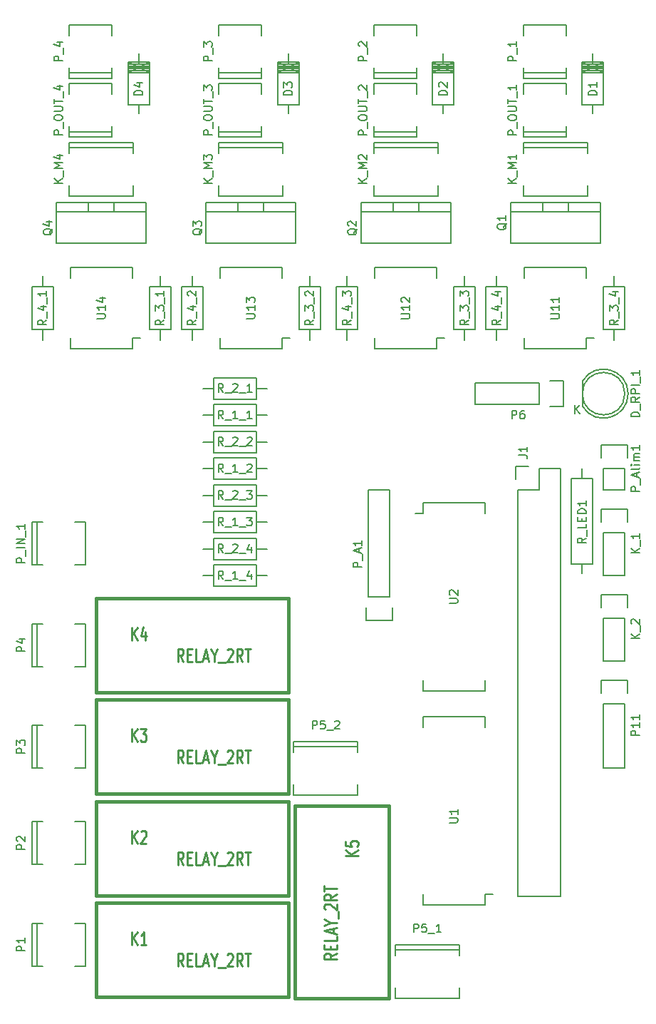
<source format=gbr>
G04 #@! TF.FileFunction,Legend,Top*
%FSLAX46Y46*%
G04 Gerber Fmt 4.6, Leading zero omitted, Abs format (unit mm)*
G04 Created by KiCad (PCBNEW 4.0.2+dfsg1-stable) date ven. 23 juin 2017 15:57:35 CEST*
%MOMM*%
G01*
G04 APERTURE LIST*
%ADD10C,0.100000*%
%ADD11C,0.150000*%
%ADD12C,0.381000*%
%ADD13C,0.285750*%
%ADD14C,0.304800*%
G04 APERTURE END LIST*
D10*
D11*
X253230000Y-75955000D02*
X253230000Y-74685000D01*
X245880000Y-75955000D02*
X245880000Y-74685000D01*
X245880000Y-66285000D02*
X245880000Y-67555000D01*
X253230000Y-66285000D02*
X253230000Y-67555000D01*
X253230000Y-75955000D02*
X245880000Y-75955000D01*
X253230000Y-66285000D02*
X245880000Y-66285000D01*
X253230000Y-74685000D02*
X254165000Y-74685000D01*
X236855000Y-73660000D02*
X236855000Y-68580000D01*
X236855000Y-68580000D02*
X239395000Y-68580000D01*
X239395000Y-68580000D02*
X239395000Y-73660000D01*
X239395000Y-73660000D02*
X236855000Y-73660000D01*
X238125000Y-73660000D02*
X238125000Y-74930000D01*
X238125000Y-68580000D02*
X238125000Y-67310000D01*
X241300000Y-73660000D02*
X241300000Y-68580000D01*
X241300000Y-68580000D02*
X243840000Y-68580000D01*
X243840000Y-68580000D02*
X243840000Y-73660000D01*
X243840000Y-73660000D02*
X241300000Y-73660000D01*
X242570000Y-73660000D02*
X242570000Y-74930000D01*
X242570000Y-68580000D02*
X242570000Y-67310000D01*
X222885000Y-73660000D02*
X222885000Y-68580000D01*
X222885000Y-68580000D02*
X225425000Y-68580000D01*
X225425000Y-68580000D02*
X225425000Y-73660000D01*
X225425000Y-73660000D02*
X222885000Y-73660000D01*
X224155000Y-73660000D02*
X224155000Y-74930000D01*
X224155000Y-68580000D02*
X224155000Y-67310000D01*
D12*
X235585000Y-120650000D02*
X235585000Y-117602000D01*
X235585000Y-117602000D02*
X212725000Y-117602000D01*
X212725000Y-117602000D02*
X212725000Y-120650000D01*
X212725000Y-125730000D02*
X212725000Y-128778000D01*
X212725000Y-128778000D02*
X235585000Y-128778000D01*
X235585000Y-128778000D02*
X235585000Y-125730000D01*
X212725000Y-121920000D02*
X212725000Y-121920000D01*
X235585000Y-120650000D02*
X235585000Y-125730000D01*
X212725000Y-125730000D02*
X212725000Y-120650000D01*
X235585000Y-132715000D02*
X235585000Y-129667000D01*
X235585000Y-129667000D02*
X212725000Y-129667000D01*
X212725000Y-129667000D02*
X212725000Y-132715000D01*
X212725000Y-137795000D02*
X212725000Y-140843000D01*
X212725000Y-140843000D02*
X235585000Y-140843000D01*
X235585000Y-140843000D02*
X235585000Y-137795000D01*
X212725000Y-133985000D02*
X212725000Y-133985000D01*
X235585000Y-132715000D02*
X235585000Y-137795000D01*
X212725000Y-137795000D02*
X212725000Y-132715000D01*
X244475000Y-153035000D02*
X247523000Y-153035000D01*
X247523000Y-153035000D02*
X247523000Y-130175000D01*
X247523000Y-130175000D02*
X244475000Y-130175000D01*
X239395000Y-130175000D02*
X236347000Y-130175000D01*
X236347000Y-130175000D02*
X236347000Y-153035000D01*
X236347000Y-153035000D02*
X239395000Y-153035000D01*
X243205000Y-130175000D02*
X243205000Y-130175000D01*
X244475000Y-153035000D02*
X239395000Y-153035000D01*
X239395000Y-130175000D02*
X244475000Y-130175000D01*
D11*
X258945000Y-141995000D02*
X258945000Y-140725000D01*
X251595000Y-141995000D02*
X251595000Y-140725000D01*
X251595000Y-119625000D02*
X251595000Y-120895000D01*
X258945000Y-119625000D02*
X258945000Y-120895000D01*
X258945000Y-141995000D02*
X251595000Y-141995000D01*
X258945000Y-119625000D02*
X251595000Y-119625000D01*
X258945000Y-140725000D02*
X259880000Y-140725000D01*
X251595000Y-94225000D02*
X251595000Y-95495000D01*
X258945000Y-94225000D02*
X258945000Y-95495000D01*
X258945000Y-116595000D02*
X258945000Y-115325000D01*
X251595000Y-116595000D02*
X251595000Y-115325000D01*
X251595000Y-94225000D02*
X258945000Y-94225000D01*
X251595000Y-116595000D02*
X258945000Y-116595000D01*
X251595000Y-95495000D02*
X250660000Y-95495000D01*
X273050000Y-118110000D02*
X273050000Y-125730000D01*
X275590000Y-118110000D02*
X275590000Y-125730000D01*
X275870000Y-115290000D02*
X275870000Y-116840000D01*
X273050000Y-125730000D02*
X275590000Y-125730000D01*
X275590000Y-118110000D02*
X273050000Y-118110000D01*
X272770000Y-116840000D02*
X272770000Y-115290000D01*
X272770000Y-115290000D02*
X275870000Y-115290000D01*
X271782540Y-46990000D02*
X271782540Y-48006000D01*
X271782540Y-42164000D02*
X271782540Y-40894000D01*
X273052540Y-42418000D02*
X270512540Y-42418000D01*
X273052540Y-42672000D02*
X270512540Y-42672000D01*
X273052540Y-42926000D02*
X270512540Y-42926000D01*
X273052540Y-42164000D02*
X270512540Y-42164000D01*
X273052540Y-43180000D02*
X270512540Y-41910000D01*
X273052540Y-41910000D02*
X270512540Y-43180000D01*
X273052540Y-43180000D02*
X270512540Y-43180000D01*
X273052540Y-42545000D02*
X270512540Y-42545000D01*
X270512540Y-41910000D02*
X273052540Y-41910000D01*
X273052540Y-41910000D02*
X273052540Y-46990000D01*
X273052540Y-46990000D02*
X270512540Y-46990000D01*
X270512540Y-46990000D02*
X270512540Y-41910000D01*
X254002540Y-46990000D02*
X254002540Y-48006000D01*
X254002540Y-42164000D02*
X254002540Y-40894000D01*
X255272540Y-42418000D02*
X252732540Y-42418000D01*
X255272540Y-42672000D02*
X252732540Y-42672000D01*
X255272540Y-42926000D02*
X252732540Y-42926000D01*
X255272540Y-42164000D02*
X252732540Y-42164000D01*
X255272540Y-43180000D02*
X252732540Y-41910000D01*
X255272540Y-41910000D02*
X252732540Y-43180000D01*
X255272540Y-43180000D02*
X252732540Y-43180000D01*
X255272540Y-42545000D02*
X252732540Y-42545000D01*
X252732540Y-41910000D02*
X255272540Y-41910000D01*
X255272540Y-41910000D02*
X255272540Y-46990000D01*
X255272540Y-46990000D02*
X252732540Y-46990000D01*
X252732540Y-46990000D02*
X252732540Y-41910000D01*
X235587540Y-46990000D02*
X235587540Y-48006000D01*
X235587540Y-42164000D02*
X235587540Y-40894000D01*
X236857540Y-42418000D02*
X234317540Y-42418000D01*
X236857540Y-42672000D02*
X234317540Y-42672000D01*
X236857540Y-42926000D02*
X234317540Y-42926000D01*
X236857540Y-42164000D02*
X234317540Y-42164000D01*
X236857540Y-43180000D02*
X234317540Y-41910000D01*
X236857540Y-41910000D02*
X234317540Y-43180000D01*
X236857540Y-43180000D02*
X234317540Y-43180000D01*
X236857540Y-42545000D02*
X234317540Y-42545000D01*
X234317540Y-41910000D02*
X236857540Y-41910000D01*
X236857540Y-41910000D02*
X236857540Y-46990000D01*
X236857540Y-46990000D02*
X234317540Y-46990000D01*
X234317540Y-46990000D02*
X234317540Y-41910000D01*
X217807540Y-46990000D02*
X217807540Y-48006000D01*
X217807540Y-42164000D02*
X217807540Y-40894000D01*
X219077540Y-42418000D02*
X216537540Y-42418000D01*
X219077540Y-42672000D02*
X216537540Y-42672000D01*
X219077540Y-42926000D02*
X216537540Y-42926000D01*
X219077540Y-42164000D02*
X216537540Y-42164000D01*
X219077540Y-43180000D02*
X216537540Y-41910000D01*
X219077540Y-41910000D02*
X216537540Y-43180000D01*
X219077540Y-43180000D02*
X216537540Y-43180000D01*
X219077540Y-42545000D02*
X216537540Y-42545000D01*
X216537540Y-41910000D02*
X219077540Y-41910000D01*
X219077540Y-41910000D02*
X219077540Y-46990000D01*
X219077540Y-46990000D02*
X216537540Y-46990000D01*
X216537540Y-46990000D02*
X216537540Y-41910000D01*
X270565112Y-82804904D02*
G75*
G03X270550000Y-79780000I2484888J1524904D01*
G01*
X270550000Y-82780000D02*
X270550000Y-79780000D01*
X275567936Y-81280000D02*
G75*
G03X275567936Y-81280000I-2517936J0D01*
G01*
X267970000Y-140970000D02*
X267970000Y-90170000D01*
X262890000Y-92710000D02*
X262890000Y-140970000D01*
X267970000Y-140970000D02*
X262890000Y-140970000D01*
X267970000Y-90170000D02*
X265430000Y-90170000D01*
X264160000Y-89890000D02*
X262610000Y-89890000D01*
X265430000Y-90170000D02*
X265430000Y-92710000D01*
X265430000Y-92710000D02*
X262890000Y-92710000D01*
X262610000Y-89890000D02*
X262610000Y-91440000D01*
X273050000Y-97790000D02*
X273050000Y-102870000D01*
X273050000Y-102870000D02*
X275590000Y-102870000D01*
X275590000Y-102870000D02*
X275590000Y-97790000D01*
X275870000Y-94970000D02*
X275870000Y-96520000D01*
X275590000Y-97790000D02*
X273050000Y-97790000D01*
X272770000Y-96520000D02*
X272770000Y-94970000D01*
X272770000Y-94970000D02*
X275870000Y-94970000D01*
X273050000Y-107950000D02*
X273050000Y-113030000D01*
X273050000Y-113030000D02*
X275590000Y-113030000D01*
X275590000Y-113030000D02*
X275590000Y-107950000D01*
X275870000Y-105130000D02*
X275870000Y-106680000D01*
X275590000Y-107950000D02*
X273050000Y-107950000D01*
X272770000Y-106680000D02*
X272770000Y-105130000D01*
X272770000Y-105130000D02*
X275870000Y-105130000D01*
X271145000Y-52070000D02*
X263525000Y-52070000D01*
X271145000Y-56515000D02*
X271145000Y-57785000D01*
X263525000Y-52705000D02*
X263525000Y-51435000D01*
X263525000Y-51435000D02*
X271145000Y-51435000D01*
X271145000Y-51435000D02*
X271145000Y-52705000D01*
X271145000Y-57785000D02*
X263525000Y-57785000D01*
X263525000Y-57785000D02*
X263525000Y-56515000D01*
X253365000Y-52070000D02*
X245745000Y-52070000D01*
X253365000Y-56515000D02*
X253365000Y-57785000D01*
X245745000Y-52705000D02*
X245745000Y-51435000D01*
X245745000Y-51435000D02*
X253365000Y-51435000D01*
X253365000Y-51435000D02*
X253365000Y-52705000D01*
X253365000Y-57785000D02*
X245745000Y-57785000D01*
X245745000Y-57785000D02*
X245745000Y-56515000D01*
X234950000Y-52070000D02*
X227330000Y-52070000D01*
X234950000Y-56515000D02*
X234950000Y-57785000D01*
X227330000Y-52705000D02*
X227330000Y-51435000D01*
X227330000Y-51435000D02*
X234950000Y-51435000D01*
X234950000Y-51435000D02*
X234950000Y-52705000D01*
X234950000Y-57785000D02*
X227330000Y-57785000D01*
X227330000Y-57785000D02*
X227330000Y-56515000D01*
X217170000Y-52070000D02*
X209550000Y-52070000D01*
X217170000Y-56515000D02*
X217170000Y-57785000D01*
X209550000Y-52705000D02*
X209550000Y-51435000D01*
X209550000Y-51435000D02*
X217170000Y-51435000D01*
X217170000Y-51435000D02*
X217170000Y-52705000D01*
X217170000Y-57785000D02*
X209550000Y-57785000D01*
X209550000Y-57785000D02*
X209550000Y-56515000D01*
X205740000Y-149225000D02*
X205740000Y-144145000D01*
X211455000Y-144145000D02*
X210185000Y-144145000D01*
X205740000Y-144145000D02*
X206375000Y-144145000D01*
X210820000Y-149225000D02*
X210185000Y-149225000D01*
X205740000Y-149225000D02*
X206375000Y-149225000D01*
X205740000Y-149225000D02*
X205105000Y-149225000D01*
X205105000Y-149225000D02*
X205105000Y-144145000D01*
X205105000Y-144145000D02*
X205740000Y-144145000D01*
X211455000Y-144145000D02*
X211455000Y-149225000D01*
X211455000Y-149225000D02*
X210820000Y-149225000D01*
X205740000Y-137160000D02*
X205740000Y-132080000D01*
X211455000Y-132080000D02*
X210185000Y-132080000D01*
X205740000Y-132080000D02*
X206375000Y-132080000D01*
X210820000Y-137160000D02*
X210185000Y-137160000D01*
X205740000Y-137160000D02*
X206375000Y-137160000D01*
X205740000Y-137160000D02*
X205105000Y-137160000D01*
X205105000Y-137160000D02*
X205105000Y-132080000D01*
X205105000Y-132080000D02*
X205740000Y-132080000D01*
X211455000Y-132080000D02*
X211455000Y-137160000D01*
X211455000Y-137160000D02*
X210820000Y-137160000D01*
X205740000Y-125730000D02*
X205740000Y-120650000D01*
X211455000Y-120650000D02*
X210185000Y-120650000D01*
X205740000Y-120650000D02*
X206375000Y-120650000D01*
X210820000Y-125730000D02*
X210185000Y-125730000D01*
X205740000Y-125730000D02*
X206375000Y-125730000D01*
X205740000Y-125730000D02*
X205105000Y-125730000D01*
X205105000Y-125730000D02*
X205105000Y-120650000D01*
X205105000Y-120650000D02*
X205740000Y-120650000D01*
X211455000Y-120650000D02*
X211455000Y-125730000D01*
X211455000Y-125730000D02*
X210820000Y-125730000D01*
X205740000Y-113665000D02*
X205740000Y-108585000D01*
X211455000Y-108585000D02*
X210185000Y-108585000D01*
X205740000Y-108585000D02*
X206375000Y-108585000D01*
X210820000Y-113665000D02*
X210185000Y-113665000D01*
X205740000Y-113665000D02*
X206375000Y-113665000D01*
X205740000Y-113665000D02*
X205105000Y-113665000D01*
X205105000Y-113665000D02*
X205105000Y-108585000D01*
X205105000Y-108585000D02*
X205740000Y-108585000D01*
X211455000Y-108585000D02*
X211455000Y-113665000D01*
X211455000Y-113665000D02*
X210820000Y-113665000D01*
X255905000Y-147320000D02*
X248285000Y-147320000D01*
X255905000Y-151765000D02*
X255905000Y-153035000D01*
X248285000Y-147955000D02*
X248285000Y-146685000D01*
X248285000Y-146685000D02*
X255905000Y-146685000D01*
X255905000Y-146685000D02*
X255905000Y-147955000D01*
X255905000Y-153035000D02*
X248285000Y-153035000D01*
X248285000Y-153035000D02*
X248285000Y-151765000D01*
X243840000Y-123190000D02*
X236220000Y-123190000D01*
X243840000Y-127635000D02*
X243840000Y-128905000D01*
X236220000Y-123825000D02*
X236220000Y-122555000D01*
X236220000Y-122555000D02*
X243840000Y-122555000D01*
X243840000Y-122555000D02*
X243840000Y-123825000D01*
X243840000Y-128905000D02*
X236220000Y-128905000D01*
X236220000Y-128905000D02*
X236220000Y-127635000D01*
X268605000Y-43180000D02*
X263525000Y-43180000D01*
X263525000Y-37465000D02*
X263525000Y-38735000D01*
X263525000Y-43180000D02*
X263525000Y-42545000D01*
X268605000Y-38100000D02*
X268605000Y-38735000D01*
X268605000Y-43180000D02*
X268605000Y-42545000D01*
X268605000Y-43180000D02*
X268605000Y-43815000D01*
X268605000Y-43815000D02*
X263525000Y-43815000D01*
X263525000Y-43815000D02*
X263525000Y-43180000D01*
X263525000Y-37465000D02*
X268605000Y-37465000D01*
X268605000Y-37465000D02*
X268605000Y-38100000D01*
X250825000Y-43180000D02*
X245745000Y-43180000D01*
X245745000Y-37465000D02*
X245745000Y-38735000D01*
X245745000Y-43180000D02*
X245745000Y-42545000D01*
X250825000Y-38100000D02*
X250825000Y-38735000D01*
X250825000Y-43180000D02*
X250825000Y-42545000D01*
X250825000Y-43180000D02*
X250825000Y-43815000D01*
X250825000Y-43815000D02*
X245745000Y-43815000D01*
X245745000Y-43815000D02*
X245745000Y-43180000D01*
X245745000Y-37465000D02*
X250825000Y-37465000D01*
X250825000Y-37465000D02*
X250825000Y-38100000D01*
X232410000Y-43180000D02*
X227330000Y-43180000D01*
X227330000Y-37465000D02*
X227330000Y-38735000D01*
X227330000Y-43180000D02*
X227330000Y-42545000D01*
X232410000Y-38100000D02*
X232410000Y-38735000D01*
X232410000Y-43180000D02*
X232410000Y-42545000D01*
X232410000Y-43180000D02*
X232410000Y-43815000D01*
X232410000Y-43815000D02*
X227330000Y-43815000D01*
X227330000Y-43815000D02*
X227330000Y-43180000D01*
X227330000Y-37465000D02*
X232410000Y-37465000D01*
X232410000Y-37465000D02*
X232410000Y-38100000D01*
X214630000Y-43180000D02*
X209550000Y-43180000D01*
X209550000Y-37465000D02*
X209550000Y-38735000D01*
X209550000Y-43180000D02*
X209550000Y-42545000D01*
X214630000Y-38100000D02*
X214630000Y-38735000D01*
X214630000Y-43180000D02*
X214630000Y-42545000D01*
X214630000Y-43180000D02*
X214630000Y-43815000D01*
X214630000Y-43815000D02*
X209550000Y-43815000D01*
X209550000Y-43815000D02*
X209550000Y-43180000D01*
X209550000Y-37465000D02*
X214630000Y-37465000D01*
X214630000Y-37465000D02*
X214630000Y-38100000D01*
X245110000Y-105410000D02*
X245110000Y-92710000D01*
X245110000Y-92710000D02*
X247650000Y-92710000D01*
X247650000Y-92710000D02*
X247650000Y-105410000D01*
X244830000Y-108230000D02*
X244830000Y-106680000D01*
X245110000Y-105410000D02*
X247650000Y-105410000D01*
X247930000Y-106680000D02*
X247930000Y-108230000D01*
X247930000Y-108230000D02*
X244830000Y-108230000D01*
X205740000Y-101600000D02*
X205740000Y-96520000D01*
X211455000Y-96520000D02*
X210185000Y-96520000D01*
X205740000Y-96520000D02*
X206375000Y-96520000D01*
X210820000Y-101600000D02*
X210185000Y-101600000D01*
X205740000Y-101600000D02*
X206375000Y-101600000D01*
X205740000Y-101600000D02*
X205105000Y-101600000D01*
X205105000Y-101600000D02*
X205105000Y-96520000D01*
X205105000Y-96520000D02*
X205740000Y-96520000D01*
X211455000Y-96520000D02*
X211455000Y-101600000D01*
X211455000Y-101600000D02*
X210820000Y-101600000D01*
X268605000Y-50165000D02*
X263525000Y-50165000D01*
X263525000Y-44450000D02*
X263525000Y-45720000D01*
X263525000Y-50165000D02*
X263525000Y-49530000D01*
X268605000Y-45085000D02*
X268605000Y-45720000D01*
X268605000Y-50165000D02*
X268605000Y-49530000D01*
X268605000Y-50165000D02*
X268605000Y-50800000D01*
X268605000Y-50800000D02*
X263525000Y-50800000D01*
X263525000Y-50800000D02*
X263525000Y-50165000D01*
X263525000Y-44450000D02*
X268605000Y-44450000D01*
X268605000Y-44450000D02*
X268605000Y-45085000D01*
X250825000Y-50165000D02*
X245745000Y-50165000D01*
X245745000Y-44450000D02*
X245745000Y-45720000D01*
X245745000Y-50165000D02*
X245745000Y-49530000D01*
X250825000Y-45085000D02*
X250825000Y-45720000D01*
X250825000Y-50165000D02*
X250825000Y-49530000D01*
X250825000Y-50165000D02*
X250825000Y-50800000D01*
X250825000Y-50800000D02*
X245745000Y-50800000D01*
X245745000Y-50800000D02*
X245745000Y-50165000D01*
X245745000Y-44450000D02*
X250825000Y-44450000D01*
X250825000Y-44450000D02*
X250825000Y-45085000D01*
X232410000Y-50165000D02*
X227330000Y-50165000D01*
X227330000Y-44450000D02*
X227330000Y-45720000D01*
X227330000Y-50165000D02*
X227330000Y-49530000D01*
X232410000Y-45085000D02*
X232410000Y-45720000D01*
X232410000Y-50165000D02*
X232410000Y-49530000D01*
X232410000Y-50165000D02*
X232410000Y-50800000D01*
X232410000Y-50800000D02*
X227330000Y-50800000D01*
X227330000Y-50800000D02*
X227330000Y-50165000D01*
X227330000Y-44450000D02*
X232410000Y-44450000D01*
X232410000Y-44450000D02*
X232410000Y-45085000D01*
X214630000Y-50165000D02*
X209550000Y-50165000D01*
X209550000Y-44450000D02*
X209550000Y-45720000D01*
X209550000Y-50165000D02*
X209550000Y-49530000D01*
X214630000Y-45085000D02*
X214630000Y-45720000D01*
X214630000Y-50165000D02*
X214630000Y-49530000D01*
X214630000Y-50165000D02*
X214630000Y-50800000D01*
X214630000Y-50800000D02*
X209550000Y-50800000D01*
X209550000Y-50800000D02*
X209550000Y-50165000D01*
X209550000Y-44450000D02*
X214630000Y-44450000D01*
X214630000Y-44450000D02*
X214630000Y-45085000D01*
X265811000Y-58547000D02*
X265811000Y-59690000D01*
X268859000Y-58547000D02*
X268859000Y-59690000D01*
X272669000Y-59690000D02*
X272669000Y-63373000D01*
X272669000Y-63373000D02*
X262001000Y-63373000D01*
X262001000Y-63373000D02*
X262001000Y-59690000D01*
X272669000Y-58547000D02*
X272669000Y-59690000D01*
X272669000Y-59690000D02*
X262001000Y-59690000D01*
X262001000Y-59690000D02*
X262001000Y-58547000D01*
X267335000Y-58547000D02*
X262001000Y-58547000D01*
X267335000Y-58547000D02*
X272669000Y-58547000D01*
X248031000Y-58547000D02*
X248031000Y-59690000D01*
X251079000Y-58547000D02*
X251079000Y-59690000D01*
X254889000Y-59690000D02*
X254889000Y-63373000D01*
X254889000Y-63373000D02*
X244221000Y-63373000D01*
X244221000Y-63373000D02*
X244221000Y-59690000D01*
X254889000Y-58547000D02*
X254889000Y-59690000D01*
X254889000Y-59690000D02*
X244221000Y-59690000D01*
X244221000Y-59690000D02*
X244221000Y-58547000D01*
X249555000Y-58547000D02*
X244221000Y-58547000D01*
X249555000Y-58547000D02*
X254889000Y-58547000D01*
X229616000Y-58547000D02*
X229616000Y-59690000D01*
X232664000Y-58547000D02*
X232664000Y-59690000D01*
X236474000Y-59690000D02*
X236474000Y-63373000D01*
X236474000Y-63373000D02*
X225806000Y-63373000D01*
X225806000Y-63373000D02*
X225806000Y-59690000D01*
X236474000Y-58547000D02*
X236474000Y-59690000D01*
X236474000Y-59690000D02*
X225806000Y-59690000D01*
X225806000Y-59690000D02*
X225806000Y-58547000D01*
X231140000Y-58547000D02*
X225806000Y-58547000D01*
X231140000Y-58547000D02*
X236474000Y-58547000D01*
X211836000Y-58547000D02*
X211836000Y-59690000D01*
X214884000Y-58547000D02*
X214884000Y-59690000D01*
X218694000Y-59690000D02*
X218694000Y-63373000D01*
X218694000Y-63373000D02*
X208026000Y-63373000D01*
X208026000Y-63373000D02*
X208026000Y-59690000D01*
X218694000Y-58547000D02*
X218694000Y-59690000D01*
X218694000Y-59690000D02*
X208026000Y-59690000D01*
X208026000Y-59690000D02*
X208026000Y-58547000D01*
X213360000Y-58547000D02*
X208026000Y-58547000D01*
X213360000Y-58547000D02*
X218694000Y-58547000D01*
X271010000Y-75955000D02*
X271010000Y-74685000D01*
X263660000Y-75955000D02*
X263660000Y-74685000D01*
X263660000Y-66285000D02*
X263660000Y-67555000D01*
X271010000Y-66285000D02*
X271010000Y-67555000D01*
X271010000Y-75955000D02*
X263660000Y-75955000D01*
X271010000Y-66285000D02*
X263660000Y-66285000D01*
X271010000Y-74685000D02*
X271945000Y-74685000D01*
X234815000Y-75955000D02*
X234815000Y-74685000D01*
X227465000Y-75955000D02*
X227465000Y-74685000D01*
X227465000Y-66285000D02*
X227465000Y-67555000D01*
X234815000Y-66285000D02*
X234815000Y-67555000D01*
X234815000Y-75955000D02*
X227465000Y-75955000D01*
X234815000Y-66285000D02*
X227465000Y-66285000D01*
X234815000Y-74685000D02*
X235750000Y-74685000D01*
X217035000Y-75955000D02*
X217035000Y-74685000D01*
X209685000Y-75955000D02*
X209685000Y-74685000D01*
X209685000Y-66285000D02*
X209685000Y-67555000D01*
X217035000Y-66285000D02*
X217035000Y-67555000D01*
X217035000Y-75955000D02*
X209685000Y-75955000D01*
X217035000Y-66285000D02*
X209685000Y-66285000D01*
X217035000Y-74685000D02*
X217970000Y-74685000D01*
X265430000Y-80010000D02*
X257810000Y-80010000D01*
X265430000Y-82550000D02*
X257810000Y-82550000D01*
X268250000Y-82830000D02*
X266700000Y-82830000D01*
X257810000Y-80010000D02*
X257810000Y-82550000D01*
X265430000Y-82550000D02*
X265430000Y-80010000D01*
X266700000Y-79730000D02*
X268250000Y-79730000D01*
X268250000Y-79730000D02*
X268250000Y-82830000D01*
X275590000Y-90170000D02*
X275590000Y-92710000D01*
X275870000Y-87350000D02*
X275870000Y-88900000D01*
X275590000Y-90170000D02*
X273050000Y-90170000D01*
X272770000Y-88900000D02*
X272770000Y-87350000D01*
X272770000Y-87350000D02*
X275870000Y-87350000D01*
X273050000Y-90170000D02*
X273050000Y-92710000D01*
X273050000Y-92710000D02*
X275590000Y-92710000D01*
D12*
X235585000Y-144780000D02*
X235585000Y-141732000D01*
X235585000Y-141732000D02*
X212725000Y-141732000D01*
X212725000Y-141732000D02*
X212725000Y-144780000D01*
X212725000Y-149860000D02*
X212725000Y-152908000D01*
X212725000Y-152908000D02*
X235585000Y-152908000D01*
X235585000Y-152908000D02*
X235585000Y-149860000D01*
X212725000Y-146050000D02*
X212725000Y-146050000D01*
X235585000Y-144780000D02*
X235585000Y-149860000D01*
X212725000Y-149860000D02*
X212725000Y-144780000D01*
X235585000Y-108585000D02*
X235585000Y-105537000D01*
X235585000Y-105537000D02*
X212725000Y-105537000D01*
X212725000Y-105537000D02*
X212725000Y-108585000D01*
X212725000Y-113665000D02*
X212725000Y-116713000D01*
X212725000Y-116713000D02*
X235585000Y-116713000D01*
X235585000Y-116713000D02*
X235585000Y-113665000D01*
X212725000Y-109855000D02*
X212725000Y-109855000D01*
X235585000Y-108585000D02*
X235585000Y-113665000D01*
X212725000Y-113665000D02*
X212725000Y-108585000D01*
D11*
X205105000Y-73660000D02*
X205105000Y-68580000D01*
X205105000Y-68580000D02*
X207645000Y-68580000D01*
X207645000Y-68580000D02*
X207645000Y-73660000D01*
X207645000Y-73660000D02*
X205105000Y-73660000D01*
X206375000Y-73660000D02*
X206375000Y-74930000D01*
X206375000Y-68580000D02*
X206375000Y-67310000D01*
X259080000Y-73660000D02*
X259080000Y-68580000D01*
X259080000Y-68580000D02*
X261620000Y-68580000D01*
X261620000Y-68580000D02*
X261620000Y-73660000D01*
X261620000Y-73660000D02*
X259080000Y-73660000D01*
X260350000Y-73660000D02*
X260350000Y-74930000D01*
X260350000Y-68580000D02*
X260350000Y-67310000D01*
X271780000Y-91320000D02*
X269240000Y-91320000D01*
X269240000Y-91320000D02*
X269240000Y-101480000D01*
X269240000Y-101480000D02*
X271780000Y-101480000D01*
X271780000Y-101480000D02*
X271780000Y-91320000D01*
X270510000Y-102630000D02*
X270510000Y-101480000D01*
X270510000Y-90170000D02*
X270510000Y-91320000D01*
X226695000Y-82550000D02*
X231775000Y-82550000D01*
X231775000Y-82550000D02*
X231775000Y-85090000D01*
X231775000Y-85090000D02*
X226695000Y-85090000D01*
X226695000Y-85090000D02*
X226695000Y-82550000D01*
X226695000Y-83820000D02*
X225425000Y-83820000D01*
X231775000Y-83820000D02*
X233045000Y-83820000D01*
X226695000Y-88900000D02*
X231775000Y-88900000D01*
X231775000Y-88900000D02*
X231775000Y-91440000D01*
X231775000Y-91440000D02*
X226695000Y-91440000D01*
X226695000Y-91440000D02*
X226695000Y-88900000D01*
X226695000Y-90170000D02*
X225425000Y-90170000D01*
X231775000Y-90170000D02*
X233045000Y-90170000D01*
X226695000Y-95250000D02*
X231775000Y-95250000D01*
X231775000Y-95250000D02*
X231775000Y-97790000D01*
X231775000Y-97790000D02*
X226695000Y-97790000D01*
X226695000Y-97790000D02*
X226695000Y-95250000D01*
X226695000Y-96520000D02*
X225425000Y-96520000D01*
X231775000Y-96520000D02*
X233045000Y-96520000D01*
X226695000Y-101600000D02*
X231775000Y-101600000D01*
X231775000Y-101600000D02*
X231775000Y-104140000D01*
X231775000Y-104140000D02*
X226695000Y-104140000D01*
X226695000Y-104140000D02*
X226695000Y-101600000D01*
X226695000Y-102870000D02*
X225425000Y-102870000D01*
X231775000Y-102870000D02*
X233045000Y-102870000D01*
X226695000Y-79375000D02*
X231775000Y-79375000D01*
X231775000Y-79375000D02*
X231775000Y-81915000D01*
X231775000Y-81915000D02*
X226695000Y-81915000D01*
X226695000Y-81915000D02*
X226695000Y-79375000D01*
X226695000Y-80645000D02*
X225425000Y-80645000D01*
X231775000Y-80645000D02*
X233045000Y-80645000D01*
X226695000Y-85725000D02*
X231775000Y-85725000D01*
X231775000Y-85725000D02*
X231775000Y-88265000D01*
X231775000Y-88265000D02*
X226695000Y-88265000D01*
X226695000Y-88265000D02*
X226695000Y-85725000D01*
X226695000Y-86995000D02*
X225425000Y-86995000D01*
X231775000Y-86995000D02*
X233045000Y-86995000D01*
X226695000Y-92075000D02*
X231775000Y-92075000D01*
X231775000Y-92075000D02*
X231775000Y-94615000D01*
X231775000Y-94615000D02*
X226695000Y-94615000D01*
X226695000Y-94615000D02*
X226695000Y-92075000D01*
X226695000Y-93345000D02*
X225425000Y-93345000D01*
X231775000Y-93345000D02*
X233045000Y-93345000D01*
X226695000Y-98425000D02*
X231775000Y-98425000D01*
X231775000Y-98425000D02*
X231775000Y-100965000D01*
X231775000Y-100965000D02*
X226695000Y-100965000D01*
X226695000Y-100965000D02*
X226695000Y-98425000D01*
X226695000Y-99695000D02*
X225425000Y-99695000D01*
X231775000Y-99695000D02*
X233045000Y-99695000D01*
X219075000Y-73660000D02*
X219075000Y-68580000D01*
X219075000Y-68580000D02*
X221615000Y-68580000D01*
X221615000Y-68580000D02*
X221615000Y-73660000D01*
X221615000Y-73660000D02*
X219075000Y-73660000D01*
X220345000Y-73660000D02*
X220345000Y-74930000D01*
X220345000Y-68580000D02*
X220345000Y-67310000D01*
X255270000Y-73660000D02*
X255270000Y-68580000D01*
X255270000Y-68580000D02*
X257810000Y-68580000D01*
X257810000Y-68580000D02*
X257810000Y-73660000D01*
X257810000Y-73660000D02*
X255270000Y-73660000D01*
X256540000Y-73660000D02*
X256540000Y-74930000D01*
X256540000Y-68580000D02*
X256540000Y-67310000D01*
X273050000Y-73660000D02*
X273050000Y-68580000D01*
X273050000Y-68580000D02*
X275590000Y-68580000D01*
X275590000Y-68580000D02*
X275590000Y-73660000D01*
X275590000Y-73660000D02*
X273050000Y-73660000D01*
X274320000Y-73660000D02*
X274320000Y-74930000D01*
X274320000Y-68580000D02*
X274320000Y-67310000D01*
X249007381Y-72358095D02*
X249816905Y-72358095D01*
X249912143Y-72310476D01*
X249959762Y-72262857D01*
X250007381Y-72167619D01*
X250007381Y-71977142D01*
X249959762Y-71881904D01*
X249912143Y-71834285D01*
X249816905Y-71786666D01*
X249007381Y-71786666D01*
X250007381Y-70786666D02*
X250007381Y-71358095D01*
X250007381Y-71072381D02*
X249007381Y-71072381D01*
X249150238Y-71167619D01*
X249245476Y-71262857D01*
X249293095Y-71358095D01*
X249102619Y-70405714D02*
X249055000Y-70358095D01*
X249007381Y-70262857D01*
X249007381Y-70024761D01*
X249055000Y-69929523D01*
X249102619Y-69881904D01*
X249197857Y-69834285D01*
X249293095Y-69834285D01*
X249435952Y-69881904D01*
X250007381Y-70453333D01*
X250007381Y-69834285D01*
X238577381Y-72524762D02*
X238101190Y-72858096D01*
X238577381Y-73096191D02*
X237577381Y-73096191D01*
X237577381Y-72715238D01*
X237625000Y-72620000D01*
X237672619Y-72572381D01*
X237767857Y-72524762D01*
X237910714Y-72524762D01*
X238005952Y-72572381D01*
X238053571Y-72620000D01*
X238101190Y-72715238D01*
X238101190Y-73096191D01*
X238672619Y-72334286D02*
X238672619Y-71572381D01*
X237577381Y-71429524D02*
X237577381Y-70810476D01*
X237958333Y-71143810D01*
X237958333Y-71000952D01*
X238005952Y-70905714D01*
X238053571Y-70858095D01*
X238148810Y-70810476D01*
X238386905Y-70810476D01*
X238482143Y-70858095D01*
X238529762Y-70905714D01*
X238577381Y-71000952D01*
X238577381Y-71286667D01*
X238529762Y-71381905D01*
X238482143Y-71429524D01*
X238672619Y-70620000D02*
X238672619Y-69858095D01*
X237672619Y-69667619D02*
X237625000Y-69620000D01*
X237577381Y-69524762D01*
X237577381Y-69286666D01*
X237625000Y-69191428D01*
X237672619Y-69143809D01*
X237767857Y-69096190D01*
X237863095Y-69096190D01*
X238005952Y-69143809D01*
X238577381Y-69715238D01*
X238577381Y-69096190D01*
X243022381Y-72524762D02*
X242546190Y-72858096D01*
X243022381Y-73096191D02*
X242022381Y-73096191D01*
X242022381Y-72715238D01*
X242070000Y-72620000D01*
X242117619Y-72572381D01*
X242212857Y-72524762D01*
X242355714Y-72524762D01*
X242450952Y-72572381D01*
X242498571Y-72620000D01*
X242546190Y-72715238D01*
X242546190Y-73096191D01*
X243117619Y-72334286D02*
X243117619Y-71572381D01*
X242355714Y-70905714D02*
X243022381Y-70905714D01*
X241974762Y-71143810D02*
X242689048Y-71381905D01*
X242689048Y-70762857D01*
X243117619Y-70620000D02*
X243117619Y-69858095D01*
X242022381Y-69715238D02*
X242022381Y-69096190D01*
X242403333Y-69429524D01*
X242403333Y-69286666D01*
X242450952Y-69191428D01*
X242498571Y-69143809D01*
X242593810Y-69096190D01*
X242831905Y-69096190D01*
X242927143Y-69143809D01*
X242974762Y-69191428D01*
X243022381Y-69286666D01*
X243022381Y-69572381D01*
X242974762Y-69667619D01*
X242927143Y-69715238D01*
X224607381Y-72524762D02*
X224131190Y-72858096D01*
X224607381Y-73096191D02*
X223607381Y-73096191D01*
X223607381Y-72715238D01*
X223655000Y-72620000D01*
X223702619Y-72572381D01*
X223797857Y-72524762D01*
X223940714Y-72524762D01*
X224035952Y-72572381D01*
X224083571Y-72620000D01*
X224131190Y-72715238D01*
X224131190Y-73096191D01*
X224702619Y-72334286D02*
X224702619Y-71572381D01*
X223940714Y-70905714D02*
X224607381Y-70905714D01*
X223559762Y-71143810D02*
X224274048Y-71381905D01*
X224274048Y-70762857D01*
X224702619Y-70620000D02*
X224702619Y-69858095D01*
X223702619Y-69667619D02*
X223655000Y-69620000D01*
X223607381Y-69524762D01*
X223607381Y-69286666D01*
X223655000Y-69191428D01*
X223702619Y-69143809D01*
X223797857Y-69096190D01*
X223893095Y-69096190D01*
X224035952Y-69143809D01*
X224607381Y-69715238D01*
X224607381Y-69096190D01*
D13*
X216961358Y-122609429D02*
X216961358Y-121085429D01*
X217614501Y-122609429D02*
X217124644Y-121738571D01*
X217614501Y-121085429D02*
X216961358Y-121956286D01*
X217995501Y-121085429D02*
X218703072Y-121085429D01*
X218322072Y-121666000D01*
X218485358Y-121666000D01*
X218594215Y-121738571D01*
X218648644Y-121811143D01*
X218703072Y-121956286D01*
X218703072Y-122319143D01*
X218648644Y-122464286D01*
X218594215Y-122536857D01*
X218485358Y-122609429D01*
X218158786Y-122609429D01*
X218049929Y-122536857D01*
X217995501Y-122464286D01*
D14*
D13*
X223102715Y-125149429D02*
X222721715Y-124423714D01*
X222449572Y-125149429D02*
X222449572Y-123625429D01*
X222885000Y-123625429D01*
X222993858Y-123698000D01*
X223048286Y-123770571D01*
X223102715Y-123915714D01*
X223102715Y-124133429D01*
X223048286Y-124278571D01*
X222993858Y-124351143D01*
X222885000Y-124423714D01*
X222449572Y-124423714D01*
X223592572Y-124351143D02*
X223973572Y-124351143D01*
X224136858Y-125149429D02*
X223592572Y-125149429D01*
X223592572Y-123625429D01*
X224136858Y-123625429D01*
X225171001Y-125149429D02*
X224626715Y-125149429D01*
X224626715Y-123625429D01*
X225497572Y-124714000D02*
X226041858Y-124714000D01*
X225388715Y-125149429D02*
X225769715Y-123625429D01*
X226150715Y-125149429D01*
X226749429Y-124423714D02*
X226749429Y-125149429D01*
X226368429Y-123625429D02*
X226749429Y-124423714D01*
X227130429Y-123625429D01*
X227239286Y-125294571D02*
X228110143Y-125294571D01*
X228327857Y-123770571D02*
X228382286Y-123698000D01*
X228491143Y-123625429D01*
X228763286Y-123625429D01*
X228872143Y-123698000D01*
X228926572Y-123770571D01*
X228981000Y-123915714D01*
X228981000Y-124060857D01*
X228926572Y-124278571D01*
X228273429Y-125149429D01*
X228981000Y-125149429D01*
X230124000Y-125149429D02*
X229743000Y-124423714D01*
X229470857Y-125149429D02*
X229470857Y-123625429D01*
X229906285Y-123625429D01*
X230015143Y-123698000D01*
X230069571Y-123770571D01*
X230124000Y-123915714D01*
X230124000Y-124133429D01*
X230069571Y-124278571D01*
X230015143Y-124351143D01*
X229906285Y-124423714D01*
X229470857Y-124423714D01*
X230450571Y-123625429D02*
X231103714Y-123625429D01*
X230777143Y-125149429D02*
X230777143Y-123625429D01*
D14*
D13*
X216961358Y-134674429D02*
X216961358Y-133150429D01*
X217614501Y-134674429D02*
X217124644Y-133803571D01*
X217614501Y-133150429D02*
X216961358Y-134021286D01*
X218049929Y-133295571D02*
X218104358Y-133223000D01*
X218213215Y-133150429D01*
X218485358Y-133150429D01*
X218594215Y-133223000D01*
X218648644Y-133295571D01*
X218703072Y-133440714D01*
X218703072Y-133585857D01*
X218648644Y-133803571D01*
X217995501Y-134674429D01*
X218703072Y-134674429D01*
D14*
D13*
X223102715Y-137214429D02*
X222721715Y-136488714D01*
X222449572Y-137214429D02*
X222449572Y-135690429D01*
X222885000Y-135690429D01*
X222993858Y-135763000D01*
X223048286Y-135835571D01*
X223102715Y-135980714D01*
X223102715Y-136198429D01*
X223048286Y-136343571D01*
X222993858Y-136416143D01*
X222885000Y-136488714D01*
X222449572Y-136488714D01*
X223592572Y-136416143D02*
X223973572Y-136416143D01*
X224136858Y-137214429D02*
X223592572Y-137214429D01*
X223592572Y-135690429D01*
X224136858Y-135690429D01*
X225171001Y-137214429D02*
X224626715Y-137214429D01*
X224626715Y-135690429D01*
X225497572Y-136779000D02*
X226041858Y-136779000D01*
X225388715Y-137214429D02*
X225769715Y-135690429D01*
X226150715Y-137214429D01*
X226749429Y-136488714D02*
X226749429Y-137214429D01*
X226368429Y-135690429D02*
X226749429Y-136488714D01*
X227130429Y-135690429D01*
X227239286Y-137359571D02*
X228110143Y-137359571D01*
X228327857Y-135835571D02*
X228382286Y-135763000D01*
X228491143Y-135690429D01*
X228763286Y-135690429D01*
X228872143Y-135763000D01*
X228926572Y-135835571D01*
X228981000Y-135980714D01*
X228981000Y-136125857D01*
X228926572Y-136343571D01*
X228273429Y-137214429D01*
X228981000Y-137214429D01*
X230124000Y-137214429D02*
X229743000Y-136488714D01*
X229470857Y-137214429D02*
X229470857Y-135690429D01*
X229906285Y-135690429D01*
X230015143Y-135763000D01*
X230069571Y-135835571D01*
X230124000Y-135980714D01*
X230124000Y-136198429D01*
X230069571Y-136343571D01*
X230015143Y-136416143D01*
X229906285Y-136488714D01*
X229470857Y-136488714D01*
X230450571Y-135690429D02*
X231103714Y-135690429D01*
X230777143Y-137214429D02*
X230777143Y-135690429D01*
D14*
D13*
X243894429Y-136098642D02*
X242370429Y-136098642D01*
X243894429Y-135445499D02*
X243023571Y-135935356D01*
X242370429Y-135445499D02*
X243241286Y-136098642D01*
X242370429Y-134411356D02*
X242370429Y-134955642D01*
X243096143Y-135010071D01*
X243023571Y-134955642D01*
X242951000Y-134846785D01*
X242951000Y-134574642D01*
X243023571Y-134465785D01*
X243096143Y-134411356D01*
X243241286Y-134356928D01*
X243604143Y-134356928D01*
X243749286Y-134411356D01*
X243821857Y-134465785D01*
X243894429Y-134574642D01*
X243894429Y-134846785D01*
X243821857Y-134955642D01*
X243749286Y-135010071D01*
D14*
D13*
X241354429Y-147737285D02*
X240628714Y-148118285D01*
X241354429Y-148390428D02*
X239830429Y-148390428D01*
X239830429Y-147955000D01*
X239903000Y-147846142D01*
X239975571Y-147791714D01*
X240120714Y-147737285D01*
X240338429Y-147737285D01*
X240483571Y-147791714D01*
X240556143Y-147846142D01*
X240628714Y-147955000D01*
X240628714Y-148390428D01*
X240556143Y-147247428D02*
X240556143Y-146866428D01*
X241354429Y-146703142D02*
X241354429Y-147247428D01*
X239830429Y-147247428D01*
X239830429Y-146703142D01*
X241354429Y-145668999D02*
X241354429Y-146213285D01*
X239830429Y-146213285D01*
X240919000Y-145342428D02*
X240919000Y-144798142D01*
X241354429Y-145451285D02*
X239830429Y-145070285D01*
X241354429Y-144689285D01*
X240628714Y-144090571D02*
X241354429Y-144090571D01*
X239830429Y-144471571D02*
X240628714Y-144090571D01*
X239830429Y-143709571D01*
X241499571Y-143600714D02*
X241499571Y-142729857D01*
X239975571Y-142512143D02*
X239903000Y-142457714D01*
X239830429Y-142348857D01*
X239830429Y-142076714D01*
X239903000Y-141967857D01*
X239975571Y-141913428D01*
X240120714Y-141859000D01*
X240265857Y-141859000D01*
X240483571Y-141913428D01*
X241354429Y-142566571D01*
X241354429Y-141859000D01*
X241354429Y-140716000D02*
X240628714Y-141097000D01*
X241354429Y-141369143D02*
X239830429Y-141369143D01*
X239830429Y-140933715D01*
X239903000Y-140824857D01*
X239975571Y-140770429D01*
X240120714Y-140716000D01*
X240338429Y-140716000D01*
X240483571Y-140770429D01*
X240556143Y-140824857D01*
X240628714Y-140933715D01*
X240628714Y-141369143D01*
X239830429Y-140389429D02*
X239830429Y-139736286D01*
X241354429Y-140062857D02*
X239830429Y-140062857D01*
D14*
D11*
X254722381Y-132206905D02*
X255531905Y-132206905D01*
X255627143Y-132159286D01*
X255674762Y-132111667D01*
X255722381Y-132016429D01*
X255722381Y-131825952D01*
X255674762Y-131730714D01*
X255627143Y-131683095D01*
X255531905Y-131635476D01*
X254722381Y-131635476D01*
X255722381Y-130635476D02*
X255722381Y-131206905D01*
X255722381Y-130921191D02*
X254722381Y-130921191D01*
X254865238Y-131016429D01*
X254960476Y-131111667D01*
X255008095Y-131206905D01*
X254722381Y-106171905D02*
X255531905Y-106171905D01*
X255627143Y-106124286D01*
X255674762Y-106076667D01*
X255722381Y-105981429D01*
X255722381Y-105790952D01*
X255674762Y-105695714D01*
X255627143Y-105648095D01*
X255531905Y-105600476D01*
X254722381Y-105600476D01*
X254817619Y-105171905D02*
X254770000Y-105124286D01*
X254722381Y-105029048D01*
X254722381Y-104790952D01*
X254770000Y-104695714D01*
X254817619Y-104648095D01*
X254912857Y-104600476D01*
X255008095Y-104600476D01*
X255150952Y-104648095D01*
X255722381Y-105219524D01*
X255722381Y-104600476D01*
X277312381Y-121864286D02*
X276312381Y-121864286D01*
X276312381Y-121483333D01*
X276360000Y-121388095D01*
X276407619Y-121340476D01*
X276502857Y-121292857D01*
X276645714Y-121292857D01*
X276740952Y-121340476D01*
X276788571Y-121388095D01*
X276836190Y-121483333D01*
X276836190Y-121864286D01*
X277312381Y-120340476D02*
X277312381Y-120911905D01*
X277312381Y-120626191D02*
X276312381Y-120626191D01*
X276455238Y-120721429D01*
X276550476Y-120816667D01*
X276598095Y-120911905D01*
X277312381Y-119388095D02*
X277312381Y-119959524D01*
X277312381Y-119673810D02*
X276312381Y-119673810D01*
X276455238Y-119769048D01*
X276550476Y-119864286D01*
X276598095Y-119959524D01*
X272232381Y-45823095D02*
X271232381Y-45823095D01*
X271232381Y-45585000D01*
X271280000Y-45442142D01*
X271375238Y-45346904D01*
X271470476Y-45299285D01*
X271660952Y-45251666D01*
X271803810Y-45251666D01*
X271994286Y-45299285D01*
X272089524Y-45346904D01*
X272184762Y-45442142D01*
X272232381Y-45585000D01*
X272232381Y-45823095D01*
X272232381Y-44299285D02*
X272232381Y-44870714D01*
X272232381Y-44585000D02*
X271232381Y-44585000D01*
X271375238Y-44680238D01*
X271470476Y-44775476D01*
X271518095Y-44870714D01*
X254452381Y-45823095D02*
X253452381Y-45823095D01*
X253452381Y-45585000D01*
X253500000Y-45442142D01*
X253595238Y-45346904D01*
X253690476Y-45299285D01*
X253880952Y-45251666D01*
X254023810Y-45251666D01*
X254214286Y-45299285D01*
X254309524Y-45346904D01*
X254404762Y-45442142D01*
X254452381Y-45585000D01*
X254452381Y-45823095D01*
X253547619Y-44870714D02*
X253500000Y-44823095D01*
X253452381Y-44727857D01*
X253452381Y-44489761D01*
X253500000Y-44394523D01*
X253547619Y-44346904D01*
X253642857Y-44299285D01*
X253738095Y-44299285D01*
X253880952Y-44346904D01*
X254452381Y-44918333D01*
X254452381Y-44299285D01*
X236037381Y-45823095D02*
X235037381Y-45823095D01*
X235037381Y-45585000D01*
X235085000Y-45442142D01*
X235180238Y-45346904D01*
X235275476Y-45299285D01*
X235465952Y-45251666D01*
X235608810Y-45251666D01*
X235799286Y-45299285D01*
X235894524Y-45346904D01*
X235989762Y-45442142D01*
X236037381Y-45585000D01*
X236037381Y-45823095D01*
X235037381Y-44918333D02*
X235037381Y-44299285D01*
X235418333Y-44632619D01*
X235418333Y-44489761D01*
X235465952Y-44394523D01*
X235513571Y-44346904D01*
X235608810Y-44299285D01*
X235846905Y-44299285D01*
X235942143Y-44346904D01*
X235989762Y-44394523D01*
X236037381Y-44489761D01*
X236037381Y-44775476D01*
X235989762Y-44870714D01*
X235942143Y-44918333D01*
X218257381Y-45823095D02*
X217257381Y-45823095D01*
X217257381Y-45585000D01*
X217305000Y-45442142D01*
X217400238Y-45346904D01*
X217495476Y-45299285D01*
X217685952Y-45251666D01*
X217828810Y-45251666D01*
X218019286Y-45299285D01*
X218114524Y-45346904D01*
X218209762Y-45442142D01*
X218257381Y-45585000D01*
X218257381Y-45823095D01*
X217590714Y-44394523D02*
X218257381Y-44394523D01*
X217209762Y-44632619D02*
X217924048Y-44870714D01*
X217924048Y-44251666D01*
X277312381Y-84018095D02*
X276312381Y-84018095D01*
X276312381Y-83780000D01*
X276360000Y-83637142D01*
X276455238Y-83541904D01*
X276550476Y-83494285D01*
X276740952Y-83446666D01*
X276883810Y-83446666D01*
X277074286Y-83494285D01*
X277169524Y-83541904D01*
X277264762Y-83637142D01*
X277312381Y-83780000D01*
X277312381Y-84018095D01*
X277407619Y-83256190D02*
X277407619Y-82494285D01*
X277312381Y-81684761D02*
X276836190Y-82018095D01*
X277312381Y-82256190D02*
X276312381Y-82256190D01*
X276312381Y-81875237D01*
X276360000Y-81779999D01*
X276407619Y-81732380D01*
X276502857Y-81684761D01*
X276645714Y-81684761D01*
X276740952Y-81732380D01*
X276788571Y-81779999D01*
X276836190Y-81875237D01*
X276836190Y-82256190D01*
X277312381Y-81256190D02*
X276312381Y-81256190D01*
X276312381Y-80875237D01*
X276360000Y-80779999D01*
X276407619Y-80732380D01*
X276502857Y-80684761D01*
X276645714Y-80684761D01*
X276740952Y-80732380D01*
X276788571Y-80779999D01*
X276836190Y-80875237D01*
X276836190Y-81256190D01*
X277312381Y-80256190D02*
X276312381Y-80256190D01*
X277407619Y-80018095D02*
X277407619Y-79256190D01*
X277312381Y-78494285D02*
X277312381Y-79065714D01*
X277312381Y-78780000D02*
X276312381Y-78780000D01*
X276455238Y-78875238D01*
X276550476Y-78970476D01*
X276598095Y-79065714D01*
X269613095Y-83637381D02*
X269613095Y-82637381D01*
X270184524Y-83637381D02*
X269755952Y-83065952D01*
X270184524Y-82637381D02*
X269613095Y-83208810D01*
X262977381Y-88598333D02*
X263691667Y-88598333D01*
X263834524Y-88645953D01*
X263929762Y-88741191D01*
X263977381Y-88884048D01*
X263977381Y-88979286D01*
X263977381Y-87598333D02*
X263977381Y-88169762D01*
X263977381Y-87884048D02*
X262977381Y-87884048D01*
X263120238Y-87979286D01*
X263215476Y-88074524D01*
X263263095Y-88169762D01*
X277312381Y-100179048D02*
X276312381Y-100179048D01*
X277312381Y-99607619D02*
X276740952Y-100036191D01*
X276312381Y-99607619D02*
X276883810Y-100179048D01*
X277407619Y-99417143D02*
X277407619Y-98655238D01*
X277312381Y-97893333D02*
X277312381Y-98464762D01*
X277312381Y-98179048D02*
X276312381Y-98179048D01*
X276455238Y-98274286D01*
X276550476Y-98369524D01*
X276598095Y-98464762D01*
X277312381Y-110339048D02*
X276312381Y-110339048D01*
X277312381Y-109767619D02*
X276740952Y-110196191D01*
X276312381Y-109767619D02*
X276883810Y-110339048D01*
X277407619Y-109577143D02*
X277407619Y-108815238D01*
X276407619Y-108624762D02*
X276360000Y-108577143D01*
X276312381Y-108481905D01*
X276312381Y-108243809D01*
X276360000Y-108148571D01*
X276407619Y-108100952D01*
X276502857Y-108053333D01*
X276598095Y-108053333D01*
X276740952Y-108100952D01*
X277312381Y-108672381D01*
X277312381Y-108053333D01*
X262707381Y-56300476D02*
X261707381Y-56300476D01*
X262707381Y-55729047D02*
X262135952Y-56157619D01*
X261707381Y-55729047D02*
X262278810Y-56300476D01*
X262802619Y-55538571D02*
X262802619Y-54776666D01*
X262707381Y-54538571D02*
X261707381Y-54538571D01*
X262421667Y-54205237D01*
X261707381Y-53871904D01*
X262707381Y-53871904D01*
X262707381Y-52871904D02*
X262707381Y-53443333D01*
X262707381Y-53157619D02*
X261707381Y-53157619D01*
X261850238Y-53252857D01*
X261945476Y-53348095D01*
X261993095Y-53443333D01*
X244927381Y-56300476D02*
X243927381Y-56300476D01*
X244927381Y-55729047D02*
X244355952Y-56157619D01*
X243927381Y-55729047D02*
X244498810Y-56300476D01*
X245022619Y-55538571D02*
X245022619Y-54776666D01*
X244927381Y-54538571D02*
X243927381Y-54538571D01*
X244641667Y-54205237D01*
X243927381Y-53871904D01*
X244927381Y-53871904D01*
X244022619Y-53443333D02*
X243975000Y-53395714D01*
X243927381Y-53300476D01*
X243927381Y-53062380D01*
X243975000Y-52967142D01*
X244022619Y-52919523D01*
X244117857Y-52871904D01*
X244213095Y-52871904D01*
X244355952Y-52919523D01*
X244927381Y-53490952D01*
X244927381Y-52871904D01*
X226512381Y-56300476D02*
X225512381Y-56300476D01*
X226512381Y-55729047D02*
X225940952Y-56157619D01*
X225512381Y-55729047D02*
X226083810Y-56300476D01*
X226607619Y-55538571D02*
X226607619Y-54776666D01*
X226512381Y-54538571D02*
X225512381Y-54538571D01*
X226226667Y-54205237D01*
X225512381Y-53871904D01*
X226512381Y-53871904D01*
X225512381Y-53490952D02*
X225512381Y-52871904D01*
X225893333Y-53205238D01*
X225893333Y-53062380D01*
X225940952Y-52967142D01*
X225988571Y-52919523D01*
X226083810Y-52871904D01*
X226321905Y-52871904D01*
X226417143Y-52919523D01*
X226464762Y-52967142D01*
X226512381Y-53062380D01*
X226512381Y-53348095D01*
X226464762Y-53443333D01*
X226417143Y-53490952D01*
X208732381Y-56300476D02*
X207732381Y-56300476D01*
X208732381Y-55729047D02*
X208160952Y-56157619D01*
X207732381Y-55729047D02*
X208303810Y-56300476D01*
X208827619Y-55538571D02*
X208827619Y-54776666D01*
X208732381Y-54538571D02*
X207732381Y-54538571D01*
X208446667Y-54205237D01*
X207732381Y-53871904D01*
X208732381Y-53871904D01*
X208065714Y-52967142D02*
X208732381Y-52967142D01*
X207684762Y-53205238D02*
X208399048Y-53443333D01*
X208399048Y-52824285D01*
X204287381Y-147423095D02*
X203287381Y-147423095D01*
X203287381Y-147042142D01*
X203335000Y-146946904D01*
X203382619Y-146899285D01*
X203477857Y-146851666D01*
X203620714Y-146851666D01*
X203715952Y-146899285D01*
X203763571Y-146946904D01*
X203811190Y-147042142D01*
X203811190Y-147423095D01*
X204287381Y-145899285D02*
X204287381Y-146470714D01*
X204287381Y-146185000D02*
X203287381Y-146185000D01*
X203430238Y-146280238D01*
X203525476Y-146375476D01*
X203573095Y-146470714D01*
X204287381Y-135358095D02*
X203287381Y-135358095D01*
X203287381Y-134977142D01*
X203335000Y-134881904D01*
X203382619Y-134834285D01*
X203477857Y-134786666D01*
X203620714Y-134786666D01*
X203715952Y-134834285D01*
X203763571Y-134881904D01*
X203811190Y-134977142D01*
X203811190Y-135358095D01*
X203382619Y-134405714D02*
X203335000Y-134358095D01*
X203287381Y-134262857D01*
X203287381Y-134024761D01*
X203335000Y-133929523D01*
X203382619Y-133881904D01*
X203477857Y-133834285D01*
X203573095Y-133834285D01*
X203715952Y-133881904D01*
X204287381Y-134453333D01*
X204287381Y-133834285D01*
X204287381Y-123928095D02*
X203287381Y-123928095D01*
X203287381Y-123547142D01*
X203335000Y-123451904D01*
X203382619Y-123404285D01*
X203477857Y-123356666D01*
X203620714Y-123356666D01*
X203715952Y-123404285D01*
X203763571Y-123451904D01*
X203811190Y-123547142D01*
X203811190Y-123928095D01*
X203287381Y-123023333D02*
X203287381Y-122404285D01*
X203668333Y-122737619D01*
X203668333Y-122594761D01*
X203715952Y-122499523D01*
X203763571Y-122451904D01*
X203858810Y-122404285D01*
X204096905Y-122404285D01*
X204192143Y-122451904D01*
X204239762Y-122499523D01*
X204287381Y-122594761D01*
X204287381Y-122880476D01*
X204239762Y-122975714D01*
X204192143Y-123023333D01*
X204287381Y-111863095D02*
X203287381Y-111863095D01*
X203287381Y-111482142D01*
X203335000Y-111386904D01*
X203382619Y-111339285D01*
X203477857Y-111291666D01*
X203620714Y-111291666D01*
X203715952Y-111339285D01*
X203763571Y-111386904D01*
X203811190Y-111482142D01*
X203811190Y-111863095D01*
X203620714Y-110434523D02*
X204287381Y-110434523D01*
X203239762Y-110672619D02*
X203954048Y-110910714D01*
X203954048Y-110291666D01*
X250499762Y-145232381D02*
X250499762Y-144232381D01*
X250880715Y-144232381D01*
X250975953Y-144280000D01*
X251023572Y-144327619D01*
X251071191Y-144422857D01*
X251071191Y-144565714D01*
X251023572Y-144660952D01*
X250975953Y-144708571D01*
X250880715Y-144756190D01*
X250499762Y-144756190D01*
X251975953Y-144232381D02*
X251499762Y-144232381D01*
X251452143Y-144708571D01*
X251499762Y-144660952D01*
X251595000Y-144613333D01*
X251833096Y-144613333D01*
X251928334Y-144660952D01*
X251975953Y-144708571D01*
X252023572Y-144803810D01*
X252023572Y-145041905D01*
X251975953Y-145137143D01*
X251928334Y-145184762D01*
X251833096Y-145232381D01*
X251595000Y-145232381D01*
X251499762Y-145184762D01*
X251452143Y-145137143D01*
X252214048Y-145327619D02*
X252975953Y-145327619D01*
X253737858Y-145232381D02*
X253166429Y-145232381D01*
X253452143Y-145232381D02*
X253452143Y-144232381D01*
X253356905Y-144375238D01*
X253261667Y-144470476D01*
X253166429Y-144518095D01*
X238434762Y-121102381D02*
X238434762Y-120102381D01*
X238815715Y-120102381D01*
X238910953Y-120150000D01*
X238958572Y-120197619D01*
X239006191Y-120292857D01*
X239006191Y-120435714D01*
X238958572Y-120530952D01*
X238910953Y-120578571D01*
X238815715Y-120626190D01*
X238434762Y-120626190D01*
X239910953Y-120102381D02*
X239434762Y-120102381D01*
X239387143Y-120578571D01*
X239434762Y-120530952D01*
X239530000Y-120483333D01*
X239768096Y-120483333D01*
X239863334Y-120530952D01*
X239910953Y-120578571D01*
X239958572Y-120673810D01*
X239958572Y-120911905D01*
X239910953Y-121007143D01*
X239863334Y-121054762D01*
X239768096Y-121102381D01*
X239530000Y-121102381D01*
X239434762Y-121054762D01*
X239387143Y-121007143D01*
X240149048Y-121197619D02*
X240910953Y-121197619D01*
X241101429Y-120197619D02*
X241149048Y-120150000D01*
X241244286Y-120102381D01*
X241482382Y-120102381D01*
X241577620Y-120150000D01*
X241625239Y-120197619D01*
X241672858Y-120292857D01*
X241672858Y-120388095D01*
X241625239Y-120530952D01*
X241053810Y-121102381D01*
X241672858Y-121102381D01*
X262707381Y-41759048D02*
X261707381Y-41759048D01*
X261707381Y-41378095D01*
X261755000Y-41282857D01*
X261802619Y-41235238D01*
X261897857Y-41187619D01*
X262040714Y-41187619D01*
X262135952Y-41235238D01*
X262183571Y-41282857D01*
X262231190Y-41378095D01*
X262231190Y-41759048D01*
X262802619Y-40997143D02*
X262802619Y-40235238D01*
X262707381Y-39473333D02*
X262707381Y-40044762D01*
X262707381Y-39759048D02*
X261707381Y-39759048D01*
X261850238Y-39854286D01*
X261945476Y-39949524D01*
X261993095Y-40044762D01*
X244927381Y-41759048D02*
X243927381Y-41759048D01*
X243927381Y-41378095D01*
X243975000Y-41282857D01*
X244022619Y-41235238D01*
X244117857Y-41187619D01*
X244260714Y-41187619D01*
X244355952Y-41235238D01*
X244403571Y-41282857D01*
X244451190Y-41378095D01*
X244451190Y-41759048D01*
X245022619Y-40997143D02*
X245022619Y-40235238D01*
X244022619Y-40044762D02*
X243975000Y-39997143D01*
X243927381Y-39901905D01*
X243927381Y-39663809D01*
X243975000Y-39568571D01*
X244022619Y-39520952D01*
X244117857Y-39473333D01*
X244213095Y-39473333D01*
X244355952Y-39520952D01*
X244927381Y-40092381D01*
X244927381Y-39473333D01*
X226512381Y-41759048D02*
X225512381Y-41759048D01*
X225512381Y-41378095D01*
X225560000Y-41282857D01*
X225607619Y-41235238D01*
X225702857Y-41187619D01*
X225845714Y-41187619D01*
X225940952Y-41235238D01*
X225988571Y-41282857D01*
X226036190Y-41378095D01*
X226036190Y-41759048D01*
X226607619Y-40997143D02*
X226607619Y-40235238D01*
X225512381Y-40092381D02*
X225512381Y-39473333D01*
X225893333Y-39806667D01*
X225893333Y-39663809D01*
X225940952Y-39568571D01*
X225988571Y-39520952D01*
X226083810Y-39473333D01*
X226321905Y-39473333D01*
X226417143Y-39520952D01*
X226464762Y-39568571D01*
X226512381Y-39663809D01*
X226512381Y-39949524D01*
X226464762Y-40044762D01*
X226417143Y-40092381D01*
X208732381Y-41759048D02*
X207732381Y-41759048D01*
X207732381Y-41378095D01*
X207780000Y-41282857D01*
X207827619Y-41235238D01*
X207922857Y-41187619D01*
X208065714Y-41187619D01*
X208160952Y-41235238D01*
X208208571Y-41282857D01*
X208256190Y-41378095D01*
X208256190Y-41759048D01*
X208827619Y-40997143D02*
X208827619Y-40235238D01*
X208065714Y-39568571D02*
X208732381Y-39568571D01*
X207684762Y-39806667D02*
X208399048Y-40044762D01*
X208399048Y-39425714D01*
X244292381Y-101877619D02*
X243292381Y-101877619D01*
X243292381Y-101496666D01*
X243340000Y-101401428D01*
X243387619Y-101353809D01*
X243482857Y-101306190D01*
X243625714Y-101306190D01*
X243720952Y-101353809D01*
X243768571Y-101401428D01*
X243816190Y-101496666D01*
X243816190Y-101877619D01*
X244387619Y-101115714D02*
X244387619Y-100353809D01*
X244006667Y-100163333D02*
X244006667Y-99687142D01*
X244292381Y-100258571D02*
X243292381Y-99925238D01*
X244292381Y-99591904D01*
X244292381Y-98734761D02*
X244292381Y-99306190D01*
X244292381Y-99020476D02*
X243292381Y-99020476D01*
X243435238Y-99115714D01*
X243530476Y-99210952D01*
X243578095Y-99306190D01*
X204287381Y-101321905D02*
X203287381Y-101321905D01*
X203287381Y-100940952D01*
X203335000Y-100845714D01*
X203382619Y-100798095D01*
X203477857Y-100750476D01*
X203620714Y-100750476D01*
X203715952Y-100798095D01*
X203763571Y-100845714D01*
X203811190Y-100940952D01*
X203811190Y-101321905D01*
X204382619Y-100560000D02*
X204382619Y-99798095D01*
X204287381Y-99560000D02*
X203287381Y-99560000D01*
X204287381Y-99083810D02*
X203287381Y-99083810D01*
X204287381Y-98512381D01*
X203287381Y-98512381D01*
X204382619Y-98274286D02*
X204382619Y-97512381D01*
X204287381Y-96750476D02*
X204287381Y-97321905D01*
X204287381Y-97036191D02*
X203287381Y-97036191D01*
X203430238Y-97131429D01*
X203525476Y-97226667D01*
X203573095Y-97321905D01*
X262707381Y-50553572D02*
X261707381Y-50553572D01*
X261707381Y-50172619D01*
X261755000Y-50077381D01*
X261802619Y-50029762D01*
X261897857Y-49982143D01*
X262040714Y-49982143D01*
X262135952Y-50029762D01*
X262183571Y-50077381D01*
X262231190Y-50172619D01*
X262231190Y-50553572D01*
X262802619Y-49791667D02*
X262802619Y-49029762D01*
X261707381Y-48601191D02*
X261707381Y-48410714D01*
X261755000Y-48315476D01*
X261850238Y-48220238D01*
X262040714Y-48172619D01*
X262374048Y-48172619D01*
X262564524Y-48220238D01*
X262659762Y-48315476D01*
X262707381Y-48410714D01*
X262707381Y-48601191D01*
X262659762Y-48696429D01*
X262564524Y-48791667D01*
X262374048Y-48839286D01*
X262040714Y-48839286D01*
X261850238Y-48791667D01*
X261755000Y-48696429D01*
X261707381Y-48601191D01*
X261707381Y-47744048D02*
X262516905Y-47744048D01*
X262612143Y-47696429D01*
X262659762Y-47648810D01*
X262707381Y-47553572D01*
X262707381Y-47363095D01*
X262659762Y-47267857D01*
X262612143Y-47220238D01*
X262516905Y-47172619D01*
X261707381Y-47172619D01*
X261707381Y-46839286D02*
X261707381Y-46267857D01*
X262707381Y-46553572D02*
X261707381Y-46553572D01*
X262802619Y-46172619D02*
X262802619Y-45410714D01*
X262707381Y-44648809D02*
X262707381Y-45220238D01*
X262707381Y-44934524D02*
X261707381Y-44934524D01*
X261850238Y-45029762D01*
X261945476Y-45125000D01*
X261993095Y-45220238D01*
X244927381Y-50553572D02*
X243927381Y-50553572D01*
X243927381Y-50172619D01*
X243975000Y-50077381D01*
X244022619Y-50029762D01*
X244117857Y-49982143D01*
X244260714Y-49982143D01*
X244355952Y-50029762D01*
X244403571Y-50077381D01*
X244451190Y-50172619D01*
X244451190Y-50553572D01*
X245022619Y-49791667D02*
X245022619Y-49029762D01*
X243927381Y-48601191D02*
X243927381Y-48410714D01*
X243975000Y-48315476D01*
X244070238Y-48220238D01*
X244260714Y-48172619D01*
X244594048Y-48172619D01*
X244784524Y-48220238D01*
X244879762Y-48315476D01*
X244927381Y-48410714D01*
X244927381Y-48601191D01*
X244879762Y-48696429D01*
X244784524Y-48791667D01*
X244594048Y-48839286D01*
X244260714Y-48839286D01*
X244070238Y-48791667D01*
X243975000Y-48696429D01*
X243927381Y-48601191D01*
X243927381Y-47744048D02*
X244736905Y-47744048D01*
X244832143Y-47696429D01*
X244879762Y-47648810D01*
X244927381Y-47553572D01*
X244927381Y-47363095D01*
X244879762Y-47267857D01*
X244832143Y-47220238D01*
X244736905Y-47172619D01*
X243927381Y-47172619D01*
X243927381Y-46839286D02*
X243927381Y-46267857D01*
X244927381Y-46553572D02*
X243927381Y-46553572D01*
X245022619Y-46172619D02*
X245022619Y-45410714D01*
X244022619Y-45220238D02*
X243975000Y-45172619D01*
X243927381Y-45077381D01*
X243927381Y-44839285D01*
X243975000Y-44744047D01*
X244022619Y-44696428D01*
X244117857Y-44648809D01*
X244213095Y-44648809D01*
X244355952Y-44696428D01*
X244927381Y-45267857D01*
X244927381Y-44648809D01*
X226512381Y-50553572D02*
X225512381Y-50553572D01*
X225512381Y-50172619D01*
X225560000Y-50077381D01*
X225607619Y-50029762D01*
X225702857Y-49982143D01*
X225845714Y-49982143D01*
X225940952Y-50029762D01*
X225988571Y-50077381D01*
X226036190Y-50172619D01*
X226036190Y-50553572D01*
X226607619Y-49791667D02*
X226607619Y-49029762D01*
X225512381Y-48601191D02*
X225512381Y-48410714D01*
X225560000Y-48315476D01*
X225655238Y-48220238D01*
X225845714Y-48172619D01*
X226179048Y-48172619D01*
X226369524Y-48220238D01*
X226464762Y-48315476D01*
X226512381Y-48410714D01*
X226512381Y-48601191D01*
X226464762Y-48696429D01*
X226369524Y-48791667D01*
X226179048Y-48839286D01*
X225845714Y-48839286D01*
X225655238Y-48791667D01*
X225560000Y-48696429D01*
X225512381Y-48601191D01*
X225512381Y-47744048D02*
X226321905Y-47744048D01*
X226417143Y-47696429D01*
X226464762Y-47648810D01*
X226512381Y-47553572D01*
X226512381Y-47363095D01*
X226464762Y-47267857D01*
X226417143Y-47220238D01*
X226321905Y-47172619D01*
X225512381Y-47172619D01*
X225512381Y-46839286D02*
X225512381Y-46267857D01*
X226512381Y-46553572D02*
X225512381Y-46553572D01*
X226607619Y-46172619D02*
X226607619Y-45410714D01*
X225512381Y-45267857D02*
X225512381Y-44648809D01*
X225893333Y-44982143D01*
X225893333Y-44839285D01*
X225940952Y-44744047D01*
X225988571Y-44696428D01*
X226083810Y-44648809D01*
X226321905Y-44648809D01*
X226417143Y-44696428D01*
X226464762Y-44744047D01*
X226512381Y-44839285D01*
X226512381Y-45125000D01*
X226464762Y-45220238D01*
X226417143Y-45267857D01*
X208732381Y-50553572D02*
X207732381Y-50553572D01*
X207732381Y-50172619D01*
X207780000Y-50077381D01*
X207827619Y-50029762D01*
X207922857Y-49982143D01*
X208065714Y-49982143D01*
X208160952Y-50029762D01*
X208208571Y-50077381D01*
X208256190Y-50172619D01*
X208256190Y-50553572D01*
X208827619Y-49791667D02*
X208827619Y-49029762D01*
X207732381Y-48601191D02*
X207732381Y-48410714D01*
X207780000Y-48315476D01*
X207875238Y-48220238D01*
X208065714Y-48172619D01*
X208399048Y-48172619D01*
X208589524Y-48220238D01*
X208684762Y-48315476D01*
X208732381Y-48410714D01*
X208732381Y-48601191D01*
X208684762Y-48696429D01*
X208589524Y-48791667D01*
X208399048Y-48839286D01*
X208065714Y-48839286D01*
X207875238Y-48791667D01*
X207780000Y-48696429D01*
X207732381Y-48601191D01*
X207732381Y-47744048D02*
X208541905Y-47744048D01*
X208637143Y-47696429D01*
X208684762Y-47648810D01*
X208732381Y-47553572D01*
X208732381Y-47363095D01*
X208684762Y-47267857D01*
X208637143Y-47220238D01*
X208541905Y-47172619D01*
X207732381Y-47172619D01*
X207732381Y-46839286D02*
X207732381Y-46267857D01*
X208732381Y-46553572D02*
X207732381Y-46553572D01*
X208827619Y-46172619D02*
X208827619Y-45410714D01*
X208065714Y-44744047D02*
X208732381Y-44744047D01*
X207684762Y-44982143D02*
X208399048Y-45220238D01*
X208399048Y-44601190D01*
X261532619Y-61055238D02*
X261485000Y-61150476D01*
X261389762Y-61245714D01*
X261246905Y-61388571D01*
X261199286Y-61483810D01*
X261199286Y-61579048D01*
X261437381Y-61531429D02*
X261389762Y-61626667D01*
X261294524Y-61721905D01*
X261104048Y-61769524D01*
X260770714Y-61769524D01*
X260580238Y-61721905D01*
X260485000Y-61626667D01*
X260437381Y-61531429D01*
X260437381Y-61340952D01*
X260485000Y-61245714D01*
X260580238Y-61150476D01*
X260770714Y-61102857D01*
X261104048Y-61102857D01*
X261294524Y-61150476D01*
X261389762Y-61245714D01*
X261437381Y-61340952D01*
X261437381Y-61531429D01*
X261437381Y-60150476D02*
X261437381Y-60721905D01*
X261437381Y-60436191D02*
X260437381Y-60436191D01*
X260580238Y-60531429D01*
X260675476Y-60626667D01*
X260723095Y-60721905D01*
X243752619Y-61690238D02*
X243705000Y-61785476D01*
X243609762Y-61880714D01*
X243466905Y-62023571D01*
X243419286Y-62118810D01*
X243419286Y-62214048D01*
X243657381Y-62166429D02*
X243609762Y-62261667D01*
X243514524Y-62356905D01*
X243324048Y-62404524D01*
X242990714Y-62404524D01*
X242800238Y-62356905D01*
X242705000Y-62261667D01*
X242657381Y-62166429D01*
X242657381Y-61975952D01*
X242705000Y-61880714D01*
X242800238Y-61785476D01*
X242990714Y-61737857D01*
X243324048Y-61737857D01*
X243514524Y-61785476D01*
X243609762Y-61880714D01*
X243657381Y-61975952D01*
X243657381Y-62166429D01*
X242752619Y-61356905D02*
X242705000Y-61309286D01*
X242657381Y-61214048D01*
X242657381Y-60975952D01*
X242705000Y-60880714D01*
X242752619Y-60833095D01*
X242847857Y-60785476D01*
X242943095Y-60785476D01*
X243085952Y-60833095D01*
X243657381Y-61404524D01*
X243657381Y-60785476D01*
X225337619Y-61690238D02*
X225290000Y-61785476D01*
X225194762Y-61880714D01*
X225051905Y-62023571D01*
X225004286Y-62118810D01*
X225004286Y-62214048D01*
X225242381Y-62166429D02*
X225194762Y-62261667D01*
X225099524Y-62356905D01*
X224909048Y-62404524D01*
X224575714Y-62404524D01*
X224385238Y-62356905D01*
X224290000Y-62261667D01*
X224242381Y-62166429D01*
X224242381Y-61975952D01*
X224290000Y-61880714D01*
X224385238Y-61785476D01*
X224575714Y-61737857D01*
X224909048Y-61737857D01*
X225099524Y-61785476D01*
X225194762Y-61880714D01*
X225242381Y-61975952D01*
X225242381Y-62166429D01*
X224242381Y-61404524D02*
X224242381Y-60785476D01*
X224623333Y-61118810D01*
X224623333Y-60975952D01*
X224670952Y-60880714D01*
X224718571Y-60833095D01*
X224813810Y-60785476D01*
X225051905Y-60785476D01*
X225147143Y-60833095D01*
X225194762Y-60880714D01*
X225242381Y-60975952D01*
X225242381Y-61261667D01*
X225194762Y-61356905D01*
X225147143Y-61404524D01*
X207557619Y-61690238D02*
X207510000Y-61785476D01*
X207414762Y-61880714D01*
X207271905Y-62023571D01*
X207224286Y-62118810D01*
X207224286Y-62214048D01*
X207462381Y-62166429D02*
X207414762Y-62261667D01*
X207319524Y-62356905D01*
X207129048Y-62404524D01*
X206795714Y-62404524D01*
X206605238Y-62356905D01*
X206510000Y-62261667D01*
X206462381Y-62166429D01*
X206462381Y-61975952D01*
X206510000Y-61880714D01*
X206605238Y-61785476D01*
X206795714Y-61737857D01*
X207129048Y-61737857D01*
X207319524Y-61785476D01*
X207414762Y-61880714D01*
X207462381Y-61975952D01*
X207462381Y-62166429D01*
X206795714Y-60880714D02*
X207462381Y-60880714D01*
X206414762Y-61118810D02*
X207129048Y-61356905D01*
X207129048Y-60737857D01*
X266787381Y-72358095D02*
X267596905Y-72358095D01*
X267692143Y-72310476D01*
X267739762Y-72262857D01*
X267787381Y-72167619D01*
X267787381Y-71977142D01*
X267739762Y-71881904D01*
X267692143Y-71834285D01*
X267596905Y-71786666D01*
X266787381Y-71786666D01*
X267787381Y-70786666D02*
X267787381Y-71358095D01*
X267787381Y-71072381D02*
X266787381Y-71072381D01*
X266930238Y-71167619D01*
X267025476Y-71262857D01*
X267073095Y-71358095D01*
X267787381Y-69834285D02*
X267787381Y-70405714D01*
X267787381Y-70120000D02*
X266787381Y-70120000D01*
X266930238Y-70215238D01*
X267025476Y-70310476D01*
X267073095Y-70405714D01*
X230592381Y-72358095D02*
X231401905Y-72358095D01*
X231497143Y-72310476D01*
X231544762Y-72262857D01*
X231592381Y-72167619D01*
X231592381Y-71977142D01*
X231544762Y-71881904D01*
X231497143Y-71834285D01*
X231401905Y-71786666D01*
X230592381Y-71786666D01*
X231592381Y-70786666D02*
X231592381Y-71358095D01*
X231592381Y-71072381D02*
X230592381Y-71072381D01*
X230735238Y-71167619D01*
X230830476Y-71262857D01*
X230878095Y-71358095D01*
X230592381Y-70453333D02*
X230592381Y-69834285D01*
X230973333Y-70167619D01*
X230973333Y-70024761D01*
X231020952Y-69929523D01*
X231068571Y-69881904D01*
X231163810Y-69834285D01*
X231401905Y-69834285D01*
X231497143Y-69881904D01*
X231544762Y-69929523D01*
X231592381Y-70024761D01*
X231592381Y-70310476D01*
X231544762Y-70405714D01*
X231497143Y-70453333D01*
X212812381Y-72358095D02*
X213621905Y-72358095D01*
X213717143Y-72310476D01*
X213764762Y-72262857D01*
X213812381Y-72167619D01*
X213812381Y-71977142D01*
X213764762Y-71881904D01*
X213717143Y-71834285D01*
X213621905Y-71786666D01*
X212812381Y-71786666D01*
X213812381Y-70786666D02*
X213812381Y-71358095D01*
X213812381Y-71072381D02*
X212812381Y-71072381D01*
X212955238Y-71167619D01*
X213050476Y-71262857D01*
X213098095Y-71358095D01*
X213145714Y-69929523D02*
X213812381Y-69929523D01*
X212764762Y-70167619D02*
X213479048Y-70405714D01*
X213479048Y-69786666D01*
X262151905Y-84272381D02*
X262151905Y-83272381D01*
X262532858Y-83272381D01*
X262628096Y-83320000D01*
X262675715Y-83367619D01*
X262723334Y-83462857D01*
X262723334Y-83605714D01*
X262675715Y-83700952D01*
X262628096Y-83748571D01*
X262532858Y-83796190D01*
X262151905Y-83796190D01*
X263580477Y-83272381D02*
X263390000Y-83272381D01*
X263294762Y-83320000D01*
X263247143Y-83367619D01*
X263151905Y-83510476D01*
X263104286Y-83700952D01*
X263104286Y-84081905D01*
X263151905Y-84177143D01*
X263199524Y-84224762D01*
X263294762Y-84272381D01*
X263485239Y-84272381D01*
X263580477Y-84224762D01*
X263628096Y-84177143D01*
X263675715Y-84081905D01*
X263675715Y-83843810D01*
X263628096Y-83748571D01*
X263580477Y-83700952D01*
X263485239Y-83653333D01*
X263294762Y-83653333D01*
X263199524Y-83700952D01*
X263151905Y-83748571D01*
X263104286Y-83843810D01*
X277312381Y-92884286D02*
X276312381Y-92884286D01*
X276312381Y-92503333D01*
X276360000Y-92408095D01*
X276407619Y-92360476D01*
X276502857Y-92312857D01*
X276645714Y-92312857D01*
X276740952Y-92360476D01*
X276788571Y-92408095D01*
X276836190Y-92503333D01*
X276836190Y-92884286D01*
X277407619Y-92122381D02*
X277407619Y-91360476D01*
X277026667Y-91170000D02*
X277026667Y-90693809D01*
X277312381Y-91265238D02*
X276312381Y-90931905D01*
X277312381Y-90598571D01*
X277312381Y-90122381D02*
X277264762Y-90217619D01*
X277169524Y-90265238D01*
X276312381Y-90265238D01*
X277312381Y-89741428D02*
X276645714Y-89741428D01*
X276312381Y-89741428D02*
X276360000Y-89789047D01*
X276407619Y-89741428D01*
X276360000Y-89693809D01*
X276312381Y-89741428D01*
X276407619Y-89741428D01*
X277312381Y-89265238D02*
X276645714Y-89265238D01*
X276740952Y-89265238D02*
X276693333Y-89217619D01*
X276645714Y-89122381D01*
X276645714Y-88979523D01*
X276693333Y-88884285D01*
X276788571Y-88836666D01*
X277312381Y-88836666D01*
X276788571Y-88836666D02*
X276693333Y-88789047D01*
X276645714Y-88693809D01*
X276645714Y-88550952D01*
X276693333Y-88455714D01*
X276788571Y-88408095D01*
X277312381Y-88408095D01*
X277312381Y-87408095D02*
X277312381Y-87979524D01*
X277312381Y-87693810D02*
X276312381Y-87693810D01*
X276455238Y-87789048D01*
X276550476Y-87884286D01*
X276598095Y-87979524D01*
D13*
X216961358Y-146739429D02*
X216961358Y-145215429D01*
X217614501Y-146739429D02*
X217124644Y-145868571D01*
X217614501Y-145215429D02*
X216961358Y-146086286D01*
X218703072Y-146739429D02*
X218049929Y-146739429D01*
X218376501Y-146739429D02*
X218376501Y-145215429D01*
X218267644Y-145433143D01*
X218158786Y-145578286D01*
X218049929Y-145650857D01*
D14*
D13*
X223102715Y-149279429D02*
X222721715Y-148553714D01*
X222449572Y-149279429D02*
X222449572Y-147755429D01*
X222885000Y-147755429D01*
X222993858Y-147828000D01*
X223048286Y-147900571D01*
X223102715Y-148045714D01*
X223102715Y-148263429D01*
X223048286Y-148408571D01*
X222993858Y-148481143D01*
X222885000Y-148553714D01*
X222449572Y-148553714D01*
X223592572Y-148481143D02*
X223973572Y-148481143D01*
X224136858Y-149279429D02*
X223592572Y-149279429D01*
X223592572Y-147755429D01*
X224136858Y-147755429D01*
X225171001Y-149279429D02*
X224626715Y-149279429D01*
X224626715Y-147755429D01*
X225497572Y-148844000D02*
X226041858Y-148844000D01*
X225388715Y-149279429D02*
X225769715Y-147755429D01*
X226150715Y-149279429D01*
X226749429Y-148553714D02*
X226749429Y-149279429D01*
X226368429Y-147755429D02*
X226749429Y-148553714D01*
X227130429Y-147755429D01*
X227239286Y-149424571D02*
X228110143Y-149424571D01*
X228327857Y-147900571D02*
X228382286Y-147828000D01*
X228491143Y-147755429D01*
X228763286Y-147755429D01*
X228872143Y-147828000D01*
X228926572Y-147900571D01*
X228981000Y-148045714D01*
X228981000Y-148190857D01*
X228926572Y-148408571D01*
X228273429Y-149279429D01*
X228981000Y-149279429D01*
X230124000Y-149279429D02*
X229743000Y-148553714D01*
X229470857Y-149279429D02*
X229470857Y-147755429D01*
X229906285Y-147755429D01*
X230015143Y-147828000D01*
X230069571Y-147900571D01*
X230124000Y-148045714D01*
X230124000Y-148263429D01*
X230069571Y-148408571D01*
X230015143Y-148481143D01*
X229906285Y-148553714D01*
X229470857Y-148553714D01*
X230450571Y-147755429D02*
X231103714Y-147755429D01*
X230777143Y-149279429D02*
X230777143Y-147755429D01*
D14*
D13*
X216961358Y-110544429D02*
X216961358Y-109020429D01*
X217614501Y-110544429D02*
X217124644Y-109673571D01*
X217614501Y-109020429D02*
X216961358Y-109891286D01*
X218594215Y-109528429D02*
X218594215Y-110544429D01*
X218322072Y-108947857D02*
X218049929Y-110036429D01*
X218757501Y-110036429D01*
D14*
D13*
X223102715Y-113084429D02*
X222721715Y-112358714D01*
X222449572Y-113084429D02*
X222449572Y-111560429D01*
X222885000Y-111560429D01*
X222993858Y-111633000D01*
X223048286Y-111705571D01*
X223102715Y-111850714D01*
X223102715Y-112068429D01*
X223048286Y-112213571D01*
X222993858Y-112286143D01*
X222885000Y-112358714D01*
X222449572Y-112358714D01*
X223592572Y-112286143D02*
X223973572Y-112286143D01*
X224136858Y-113084429D02*
X223592572Y-113084429D01*
X223592572Y-111560429D01*
X224136858Y-111560429D01*
X225171001Y-113084429D02*
X224626715Y-113084429D01*
X224626715Y-111560429D01*
X225497572Y-112649000D02*
X226041858Y-112649000D01*
X225388715Y-113084429D02*
X225769715Y-111560429D01*
X226150715Y-113084429D01*
X226749429Y-112358714D02*
X226749429Y-113084429D01*
X226368429Y-111560429D02*
X226749429Y-112358714D01*
X227130429Y-111560429D01*
X227239286Y-113229571D02*
X228110143Y-113229571D01*
X228327857Y-111705571D02*
X228382286Y-111633000D01*
X228491143Y-111560429D01*
X228763286Y-111560429D01*
X228872143Y-111633000D01*
X228926572Y-111705571D01*
X228981000Y-111850714D01*
X228981000Y-111995857D01*
X228926572Y-112213571D01*
X228273429Y-113084429D01*
X228981000Y-113084429D01*
X230124000Y-113084429D02*
X229743000Y-112358714D01*
X229470857Y-113084429D02*
X229470857Y-111560429D01*
X229906285Y-111560429D01*
X230015143Y-111633000D01*
X230069571Y-111705571D01*
X230124000Y-111850714D01*
X230124000Y-112068429D01*
X230069571Y-112213571D01*
X230015143Y-112286143D01*
X229906285Y-112358714D01*
X229470857Y-112358714D01*
X230450571Y-111560429D02*
X231103714Y-111560429D01*
X230777143Y-113084429D02*
X230777143Y-111560429D01*
D14*
D11*
X206827381Y-72524762D02*
X206351190Y-72858096D01*
X206827381Y-73096191D02*
X205827381Y-73096191D01*
X205827381Y-72715238D01*
X205875000Y-72620000D01*
X205922619Y-72572381D01*
X206017857Y-72524762D01*
X206160714Y-72524762D01*
X206255952Y-72572381D01*
X206303571Y-72620000D01*
X206351190Y-72715238D01*
X206351190Y-73096191D01*
X206922619Y-72334286D02*
X206922619Y-71572381D01*
X206160714Y-70905714D02*
X206827381Y-70905714D01*
X205779762Y-71143810D02*
X206494048Y-71381905D01*
X206494048Y-70762857D01*
X206922619Y-70620000D02*
X206922619Y-69858095D01*
X206827381Y-69096190D02*
X206827381Y-69667619D01*
X206827381Y-69381905D02*
X205827381Y-69381905D01*
X205970238Y-69477143D01*
X206065476Y-69572381D01*
X206113095Y-69667619D01*
X260802381Y-72524762D02*
X260326190Y-72858096D01*
X260802381Y-73096191D02*
X259802381Y-73096191D01*
X259802381Y-72715238D01*
X259850000Y-72620000D01*
X259897619Y-72572381D01*
X259992857Y-72524762D01*
X260135714Y-72524762D01*
X260230952Y-72572381D01*
X260278571Y-72620000D01*
X260326190Y-72715238D01*
X260326190Y-73096191D01*
X260897619Y-72334286D02*
X260897619Y-71572381D01*
X260135714Y-70905714D02*
X260802381Y-70905714D01*
X259754762Y-71143810D02*
X260469048Y-71381905D01*
X260469048Y-70762857D01*
X260897619Y-70620000D02*
X260897619Y-69858095D01*
X260135714Y-69191428D02*
X260802381Y-69191428D01*
X259754762Y-69429524D02*
X260469048Y-69667619D01*
X260469048Y-69048571D01*
X270962381Y-98424762D02*
X270486190Y-98758096D01*
X270962381Y-98996191D02*
X269962381Y-98996191D01*
X269962381Y-98615238D01*
X270010000Y-98520000D01*
X270057619Y-98472381D01*
X270152857Y-98424762D01*
X270295714Y-98424762D01*
X270390952Y-98472381D01*
X270438571Y-98520000D01*
X270486190Y-98615238D01*
X270486190Y-98996191D01*
X271057619Y-98234286D02*
X271057619Y-97472381D01*
X270962381Y-96758095D02*
X270962381Y-97234286D01*
X269962381Y-97234286D01*
X270438571Y-96424762D02*
X270438571Y-96091428D01*
X270962381Y-95948571D02*
X270962381Y-96424762D01*
X269962381Y-96424762D01*
X269962381Y-95948571D01*
X270962381Y-95520000D02*
X269962381Y-95520000D01*
X269962381Y-95281905D01*
X270010000Y-95139047D01*
X270105238Y-95043809D01*
X270200476Y-94996190D01*
X270390952Y-94948571D01*
X270533810Y-94948571D01*
X270724286Y-94996190D01*
X270819524Y-95043809D01*
X270914762Y-95139047D01*
X270962381Y-95281905D01*
X270962381Y-95520000D01*
X270962381Y-93996190D02*
X270962381Y-94567619D01*
X270962381Y-94281905D02*
X269962381Y-94281905D01*
X270105238Y-94377143D01*
X270200476Y-94472381D01*
X270248095Y-94567619D01*
X227830238Y-84272381D02*
X227496904Y-83796190D01*
X227258809Y-84272381D02*
X227258809Y-83272381D01*
X227639762Y-83272381D01*
X227735000Y-83320000D01*
X227782619Y-83367619D01*
X227830238Y-83462857D01*
X227830238Y-83605714D01*
X227782619Y-83700952D01*
X227735000Y-83748571D01*
X227639762Y-83796190D01*
X227258809Y-83796190D01*
X228020714Y-84367619D02*
X228782619Y-84367619D01*
X229544524Y-84272381D02*
X228973095Y-84272381D01*
X229258809Y-84272381D02*
X229258809Y-83272381D01*
X229163571Y-83415238D01*
X229068333Y-83510476D01*
X228973095Y-83558095D01*
X229735000Y-84367619D02*
X230496905Y-84367619D01*
X231258810Y-84272381D02*
X230687381Y-84272381D01*
X230973095Y-84272381D02*
X230973095Y-83272381D01*
X230877857Y-83415238D01*
X230782619Y-83510476D01*
X230687381Y-83558095D01*
X227830238Y-90622381D02*
X227496904Y-90146190D01*
X227258809Y-90622381D02*
X227258809Y-89622381D01*
X227639762Y-89622381D01*
X227735000Y-89670000D01*
X227782619Y-89717619D01*
X227830238Y-89812857D01*
X227830238Y-89955714D01*
X227782619Y-90050952D01*
X227735000Y-90098571D01*
X227639762Y-90146190D01*
X227258809Y-90146190D01*
X228020714Y-90717619D02*
X228782619Y-90717619D01*
X229544524Y-90622381D02*
X228973095Y-90622381D01*
X229258809Y-90622381D02*
X229258809Y-89622381D01*
X229163571Y-89765238D01*
X229068333Y-89860476D01*
X228973095Y-89908095D01*
X229735000Y-90717619D02*
X230496905Y-90717619D01*
X230687381Y-89717619D02*
X230735000Y-89670000D01*
X230830238Y-89622381D01*
X231068334Y-89622381D01*
X231163572Y-89670000D01*
X231211191Y-89717619D01*
X231258810Y-89812857D01*
X231258810Y-89908095D01*
X231211191Y-90050952D01*
X230639762Y-90622381D01*
X231258810Y-90622381D01*
X227830238Y-96972381D02*
X227496904Y-96496190D01*
X227258809Y-96972381D02*
X227258809Y-95972381D01*
X227639762Y-95972381D01*
X227735000Y-96020000D01*
X227782619Y-96067619D01*
X227830238Y-96162857D01*
X227830238Y-96305714D01*
X227782619Y-96400952D01*
X227735000Y-96448571D01*
X227639762Y-96496190D01*
X227258809Y-96496190D01*
X228020714Y-97067619D02*
X228782619Y-97067619D01*
X229544524Y-96972381D02*
X228973095Y-96972381D01*
X229258809Y-96972381D02*
X229258809Y-95972381D01*
X229163571Y-96115238D01*
X229068333Y-96210476D01*
X228973095Y-96258095D01*
X229735000Y-97067619D02*
X230496905Y-97067619D01*
X230639762Y-95972381D02*
X231258810Y-95972381D01*
X230925476Y-96353333D01*
X231068334Y-96353333D01*
X231163572Y-96400952D01*
X231211191Y-96448571D01*
X231258810Y-96543810D01*
X231258810Y-96781905D01*
X231211191Y-96877143D01*
X231163572Y-96924762D01*
X231068334Y-96972381D01*
X230782619Y-96972381D01*
X230687381Y-96924762D01*
X230639762Y-96877143D01*
X227830238Y-103322381D02*
X227496904Y-102846190D01*
X227258809Y-103322381D02*
X227258809Y-102322381D01*
X227639762Y-102322381D01*
X227735000Y-102370000D01*
X227782619Y-102417619D01*
X227830238Y-102512857D01*
X227830238Y-102655714D01*
X227782619Y-102750952D01*
X227735000Y-102798571D01*
X227639762Y-102846190D01*
X227258809Y-102846190D01*
X228020714Y-103417619D02*
X228782619Y-103417619D01*
X229544524Y-103322381D02*
X228973095Y-103322381D01*
X229258809Y-103322381D02*
X229258809Y-102322381D01*
X229163571Y-102465238D01*
X229068333Y-102560476D01*
X228973095Y-102608095D01*
X229735000Y-103417619D02*
X230496905Y-103417619D01*
X231163572Y-102655714D02*
X231163572Y-103322381D01*
X230925476Y-102274762D02*
X230687381Y-102989048D01*
X231306429Y-102989048D01*
X227830238Y-81097381D02*
X227496904Y-80621190D01*
X227258809Y-81097381D02*
X227258809Y-80097381D01*
X227639762Y-80097381D01*
X227735000Y-80145000D01*
X227782619Y-80192619D01*
X227830238Y-80287857D01*
X227830238Y-80430714D01*
X227782619Y-80525952D01*
X227735000Y-80573571D01*
X227639762Y-80621190D01*
X227258809Y-80621190D01*
X228020714Y-81192619D02*
X228782619Y-81192619D01*
X228973095Y-80192619D02*
X229020714Y-80145000D01*
X229115952Y-80097381D01*
X229354048Y-80097381D01*
X229449286Y-80145000D01*
X229496905Y-80192619D01*
X229544524Y-80287857D01*
X229544524Y-80383095D01*
X229496905Y-80525952D01*
X228925476Y-81097381D01*
X229544524Y-81097381D01*
X229735000Y-81192619D02*
X230496905Y-81192619D01*
X231258810Y-81097381D02*
X230687381Y-81097381D01*
X230973095Y-81097381D02*
X230973095Y-80097381D01*
X230877857Y-80240238D01*
X230782619Y-80335476D01*
X230687381Y-80383095D01*
X227830238Y-87447381D02*
X227496904Y-86971190D01*
X227258809Y-87447381D02*
X227258809Y-86447381D01*
X227639762Y-86447381D01*
X227735000Y-86495000D01*
X227782619Y-86542619D01*
X227830238Y-86637857D01*
X227830238Y-86780714D01*
X227782619Y-86875952D01*
X227735000Y-86923571D01*
X227639762Y-86971190D01*
X227258809Y-86971190D01*
X228020714Y-87542619D02*
X228782619Y-87542619D01*
X228973095Y-86542619D02*
X229020714Y-86495000D01*
X229115952Y-86447381D01*
X229354048Y-86447381D01*
X229449286Y-86495000D01*
X229496905Y-86542619D01*
X229544524Y-86637857D01*
X229544524Y-86733095D01*
X229496905Y-86875952D01*
X228925476Y-87447381D01*
X229544524Y-87447381D01*
X229735000Y-87542619D02*
X230496905Y-87542619D01*
X230687381Y-86542619D02*
X230735000Y-86495000D01*
X230830238Y-86447381D01*
X231068334Y-86447381D01*
X231163572Y-86495000D01*
X231211191Y-86542619D01*
X231258810Y-86637857D01*
X231258810Y-86733095D01*
X231211191Y-86875952D01*
X230639762Y-87447381D01*
X231258810Y-87447381D01*
X227830238Y-93797381D02*
X227496904Y-93321190D01*
X227258809Y-93797381D02*
X227258809Y-92797381D01*
X227639762Y-92797381D01*
X227735000Y-92845000D01*
X227782619Y-92892619D01*
X227830238Y-92987857D01*
X227830238Y-93130714D01*
X227782619Y-93225952D01*
X227735000Y-93273571D01*
X227639762Y-93321190D01*
X227258809Y-93321190D01*
X228020714Y-93892619D02*
X228782619Y-93892619D01*
X228973095Y-92892619D02*
X229020714Y-92845000D01*
X229115952Y-92797381D01*
X229354048Y-92797381D01*
X229449286Y-92845000D01*
X229496905Y-92892619D01*
X229544524Y-92987857D01*
X229544524Y-93083095D01*
X229496905Y-93225952D01*
X228925476Y-93797381D01*
X229544524Y-93797381D01*
X229735000Y-93892619D02*
X230496905Y-93892619D01*
X230639762Y-92797381D02*
X231258810Y-92797381D01*
X230925476Y-93178333D01*
X231068334Y-93178333D01*
X231163572Y-93225952D01*
X231211191Y-93273571D01*
X231258810Y-93368810D01*
X231258810Y-93606905D01*
X231211191Y-93702143D01*
X231163572Y-93749762D01*
X231068334Y-93797381D01*
X230782619Y-93797381D01*
X230687381Y-93749762D01*
X230639762Y-93702143D01*
X227830238Y-100147381D02*
X227496904Y-99671190D01*
X227258809Y-100147381D02*
X227258809Y-99147381D01*
X227639762Y-99147381D01*
X227735000Y-99195000D01*
X227782619Y-99242619D01*
X227830238Y-99337857D01*
X227830238Y-99480714D01*
X227782619Y-99575952D01*
X227735000Y-99623571D01*
X227639762Y-99671190D01*
X227258809Y-99671190D01*
X228020714Y-100242619D02*
X228782619Y-100242619D01*
X228973095Y-99242619D02*
X229020714Y-99195000D01*
X229115952Y-99147381D01*
X229354048Y-99147381D01*
X229449286Y-99195000D01*
X229496905Y-99242619D01*
X229544524Y-99337857D01*
X229544524Y-99433095D01*
X229496905Y-99575952D01*
X228925476Y-100147381D01*
X229544524Y-100147381D01*
X229735000Y-100242619D02*
X230496905Y-100242619D01*
X231163572Y-99480714D02*
X231163572Y-100147381D01*
X230925476Y-99099762D02*
X230687381Y-99814048D01*
X231306429Y-99814048D01*
X220797381Y-72524762D02*
X220321190Y-72858096D01*
X220797381Y-73096191D02*
X219797381Y-73096191D01*
X219797381Y-72715238D01*
X219845000Y-72620000D01*
X219892619Y-72572381D01*
X219987857Y-72524762D01*
X220130714Y-72524762D01*
X220225952Y-72572381D01*
X220273571Y-72620000D01*
X220321190Y-72715238D01*
X220321190Y-73096191D01*
X220892619Y-72334286D02*
X220892619Y-71572381D01*
X219797381Y-71429524D02*
X219797381Y-70810476D01*
X220178333Y-71143810D01*
X220178333Y-71000952D01*
X220225952Y-70905714D01*
X220273571Y-70858095D01*
X220368810Y-70810476D01*
X220606905Y-70810476D01*
X220702143Y-70858095D01*
X220749762Y-70905714D01*
X220797381Y-71000952D01*
X220797381Y-71286667D01*
X220749762Y-71381905D01*
X220702143Y-71429524D01*
X220892619Y-70620000D02*
X220892619Y-69858095D01*
X220797381Y-69096190D02*
X220797381Y-69667619D01*
X220797381Y-69381905D02*
X219797381Y-69381905D01*
X219940238Y-69477143D01*
X220035476Y-69572381D01*
X220083095Y-69667619D01*
X256992381Y-72524762D02*
X256516190Y-72858096D01*
X256992381Y-73096191D02*
X255992381Y-73096191D01*
X255992381Y-72715238D01*
X256040000Y-72620000D01*
X256087619Y-72572381D01*
X256182857Y-72524762D01*
X256325714Y-72524762D01*
X256420952Y-72572381D01*
X256468571Y-72620000D01*
X256516190Y-72715238D01*
X256516190Y-73096191D01*
X257087619Y-72334286D02*
X257087619Y-71572381D01*
X255992381Y-71429524D02*
X255992381Y-70810476D01*
X256373333Y-71143810D01*
X256373333Y-71000952D01*
X256420952Y-70905714D01*
X256468571Y-70858095D01*
X256563810Y-70810476D01*
X256801905Y-70810476D01*
X256897143Y-70858095D01*
X256944762Y-70905714D01*
X256992381Y-71000952D01*
X256992381Y-71286667D01*
X256944762Y-71381905D01*
X256897143Y-71429524D01*
X257087619Y-70620000D02*
X257087619Y-69858095D01*
X255992381Y-69715238D02*
X255992381Y-69096190D01*
X256373333Y-69429524D01*
X256373333Y-69286666D01*
X256420952Y-69191428D01*
X256468571Y-69143809D01*
X256563810Y-69096190D01*
X256801905Y-69096190D01*
X256897143Y-69143809D01*
X256944762Y-69191428D01*
X256992381Y-69286666D01*
X256992381Y-69572381D01*
X256944762Y-69667619D01*
X256897143Y-69715238D01*
X274772381Y-72524762D02*
X274296190Y-72858096D01*
X274772381Y-73096191D02*
X273772381Y-73096191D01*
X273772381Y-72715238D01*
X273820000Y-72620000D01*
X273867619Y-72572381D01*
X273962857Y-72524762D01*
X274105714Y-72524762D01*
X274200952Y-72572381D01*
X274248571Y-72620000D01*
X274296190Y-72715238D01*
X274296190Y-73096191D01*
X274867619Y-72334286D02*
X274867619Y-71572381D01*
X273772381Y-71429524D02*
X273772381Y-70810476D01*
X274153333Y-71143810D01*
X274153333Y-71000952D01*
X274200952Y-70905714D01*
X274248571Y-70858095D01*
X274343810Y-70810476D01*
X274581905Y-70810476D01*
X274677143Y-70858095D01*
X274724762Y-70905714D01*
X274772381Y-71000952D01*
X274772381Y-71286667D01*
X274724762Y-71381905D01*
X274677143Y-71429524D01*
X274867619Y-70620000D02*
X274867619Y-69858095D01*
X274105714Y-69191428D02*
X274772381Y-69191428D01*
X273724762Y-69429524D02*
X274439048Y-69667619D01*
X274439048Y-69048571D01*
M02*

</source>
